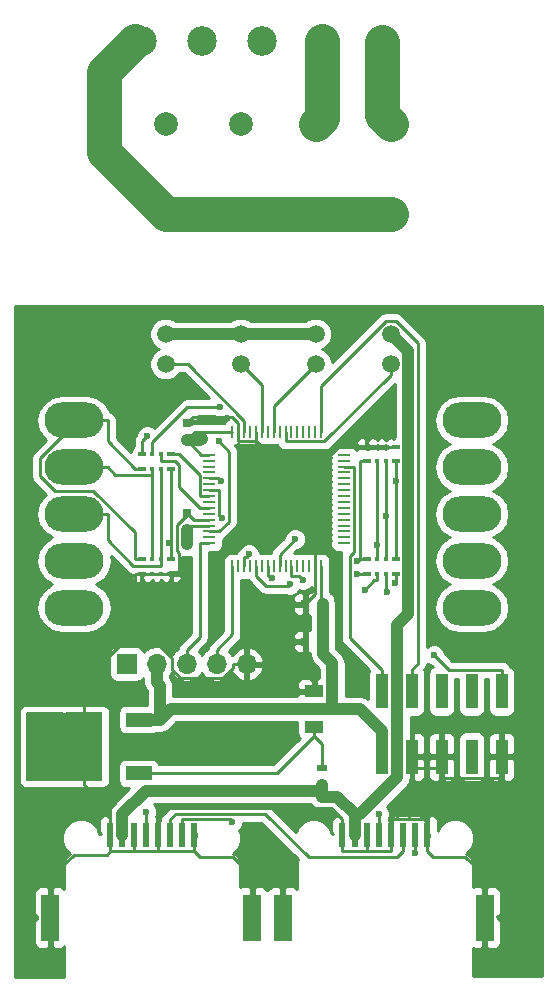
<source format=gtl>
G04 #@! TF.FileFunction,Copper,L1,Top,Signal*
%FSLAX46Y46*%
G04 Gerber Fmt 4.6, Leading zero omitted, Abs format (unit mm)*
G04 Created by KiCad (PCBNEW 4.0.4-stable) date 06/11/17 19:28:35*
%MOMM*%
%LPD*%
G01*
G04 APERTURE LIST*
%ADD10C,0.100000*%
%ADD11R,0.800000X0.750000*%
%ADD12R,0.750000X0.800000*%
%ADD13R,1.500000X4.000000*%
%ADD14C,0.900000*%
%ADD15R,0.600000X2.100000*%
%ADD16O,5.001260X2.999740*%
%ADD17C,2.500000*%
%ADD18R,1.700000X1.700000*%
%ADD19O,1.700000X1.700000*%
%ADD20R,0.900000X0.500000*%
%ADD21R,0.650000X0.400000*%
%ADD22R,0.450000X0.400000*%
%ADD23R,1.000000X0.250000*%
%ADD24R,0.250000X1.000000*%
%ADD25C,1.500000*%
%ADD26C,2.000000*%
%ADD27R,2.200000X1.200000*%
%ADD28R,6.400000X5.800000*%
%ADD29R,3.050000X2.750000*%
%ADD30R,1.600000X1.000000*%
%ADD31R,1.000000X3.000000*%
%ADD32C,0.600000*%
%ADD33C,1.000000*%
%ADD34C,0.250000*%
%ADD35C,3.000000*%
%ADD36C,0.254000*%
G04 APERTURE END LIST*
D10*
D11*
X26785000Y29210000D03*
X25285000Y29210000D03*
D12*
X15240000Y46240000D03*
X15240000Y47740000D03*
D11*
X26785000Y32385000D03*
X25285000Y32385000D03*
D12*
X15240000Y38620000D03*
X15240000Y40120000D03*
D13*
X23370000Y5835000D03*
D14*
X23370000Y5835000D03*
D15*
X35570000Y12815000D03*
X34550000Y12815000D03*
X33530000Y12815000D03*
X32510000Y12815000D03*
X31490000Y12815000D03*
X30470000Y12815000D03*
X29450000Y12815000D03*
X28430000Y12815000D03*
D14*
X40470000Y5835000D03*
D13*
X40470000Y5835000D03*
X3685000Y5835000D03*
D14*
X3685000Y5835000D03*
D15*
X15885000Y12815000D03*
X14865000Y12815000D03*
X13845000Y12815000D03*
X12825000Y12815000D03*
X11805000Y12815000D03*
X10785000Y12815000D03*
X9765000Y12815000D03*
X8745000Y12815000D03*
D14*
X20785000Y5835000D03*
D13*
X20785000Y5835000D03*
D16*
X5715000Y36045140D03*
X5715000Y40005000D03*
X5715000Y43964860D03*
X5715000Y47924720D03*
X5715000Y32085280D03*
X39370000Y43964860D03*
X39370000Y40005000D03*
X39370000Y36045140D03*
X39370000Y32085280D03*
X39370000Y47924720D03*
D17*
X11430000Y80050000D03*
X16510000Y80050000D03*
X21590000Y80050000D03*
X26670000Y80050000D03*
X31750000Y80010000D03*
D18*
X10160000Y27305000D03*
D19*
X12700000Y27305000D03*
X15240000Y27305000D03*
X17780000Y27305000D03*
X20320000Y27305000D03*
D20*
X26670000Y17030000D03*
X26670000Y18530000D03*
D21*
X11500000Y36160000D03*
X11500000Y34960000D03*
X13900000Y36160000D03*
X13900000Y34960000D03*
D22*
X12300000Y36160000D03*
X13100000Y36160000D03*
X13100000Y34960000D03*
X12300000Y34960000D03*
D21*
X32950000Y44485000D03*
X32950000Y45685000D03*
X30550000Y44485000D03*
X30550000Y45685000D03*
D22*
X32150000Y44485000D03*
X31350000Y44485000D03*
X31350000Y45685000D03*
X32150000Y45685000D03*
D21*
X13900000Y43850000D03*
X13900000Y45050000D03*
X11500000Y43850000D03*
X11500000Y45050000D03*
D22*
X13100000Y43850000D03*
X12300000Y43850000D03*
X12300000Y45050000D03*
X13100000Y45050000D03*
D21*
X32950000Y34960000D03*
X32950000Y36160000D03*
X30550000Y34960000D03*
X30550000Y36160000D03*
D22*
X32150000Y34960000D03*
X31350000Y34960000D03*
X31350000Y36160000D03*
X32150000Y36160000D03*
D23*
X17160000Y45025000D03*
X17160000Y44525000D03*
X17160000Y44025000D03*
X17160000Y43525000D03*
X17160000Y43025000D03*
X17160000Y42525000D03*
X17160000Y42025000D03*
X17160000Y41525000D03*
X17160000Y41025000D03*
X17160000Y40525000D03*
X17160000Y40025000D03*
X17160000Y39525000D03*
X17160000Y39025000D03*
X17160000Y38525000D03*
X17160000Y38025000D03*
X17160000Y37525000D03*
D24*
X19110000Y35575000D03*
X19610000Y35575000D03*
X20110000Y35575000D03*
X20610000Y35575000D03*
X21110000Y35575000D03*
X21610000Y35575000D03*
X22110000Y35575000D03*
X22610000Y35575000D03*
X23110000Y35575000D03*
X23610000Y35575000D03*
X24110000Y35575000D03*
X24610000Y35575000D03*
X25110000Y35575000D03*
X25610000Y35575000D03*
X26110000Y35575000D03*
X26610000Y35575000D03*
D23*
X28560000Y37525000D03*
X28560000Y38025000D03*
X28560000Y38525000D03*
X28560000Y39025000D03*
X28560000Y39525000D03*
X28560000Y40025000D03*
X28560000Y40525000D03*
X28560000Y41025000D03*
X28560000Y41525000D03*
X28560000Y42025000D03*
X28560000Y42525000D03*
X28560000Y43025000D03*
X28560000Y43525000D03*
X28560000Y44025000D03*
X28560000Y44525000D03*
X28560000Y45025000D03*
D24*
X26610000Y46975000D03*
X26110000Y46975000D03*
X25610000Y46975000D03*
X25110000Y46975000D03*
X24610000Y46975000D03*
X24110000Y46975000D03*
X23610000Y46975000D03*
X23110000Y46975000D03*
X22610000Y46975000D03*
X22110000Y46975000D03*
X21610000Y46975000D03*
X21110000Y46975000D03*
X20610000Y46975000D03*
X20110000Y46975000D03*
X19610000Y46975000D03*
X19110000Y46975000D03*
D25*
X13465000Y52705000D03*
X13465000Y55245000D03*
D26*
X13465000Y65405000D03*
X13465000Y73025000D03*
D25*
X19815000Y52705000D03*
X19815000Y55245000D03*
D26*
X19815000Y65405000D03*
X19815000Y73025000D03*
D25*
X26165000Y52705000D03*
X26165000Y55245000D03*
D26*
X26165000Y65405000D03*
X26165000Y73025000D03*
D25*
X32515000Y52705000D03*
X32515000Y55245000D03*
D26*
X32515000Y65405000D03*
X32515000Y73025000D03*
D27*
X11185000Y18040000D03*
X11185000Y22600000D03*
D28*
X4885000Y20320000D03*
D29*
X3210000Y21845000D03*
X6560000Y18795000D03*
X3210000Y18795000D03*
X6560000Y21845000D03*
D30*
X26035000Y21995000D03*
X26035000Y24995000D03*
D31*
X31750000Y19455000D03*
X31750000Y24995000D03*
X34290000Y19455000D03*
X34290000Y24995000D03*
X36830000Y19455000D03*
X36830000Y24995000D03*
X39370000Y19455000D03*
X39370000Y24995000D03*
X41910000Y19455000D03*
X41910000Y24995000D03*
D32*
X15240000Y37465000D03*
X16510000Y46355000D03*
X19105100Y13965300D03*
X34550000Y11264100D03*
X31490000Y14613400D03*
X11805000Y14807300D03*
X18177600Y42792200D03*
X32950000Y42812300D03*
X32150000Y39864200D03*
X31350000Y37374400D03*
X13739700Y37562900D03*
X29679100Y35996900D03*
X20510800Y36580700D03*
X29691200Y34905200D03*
X24431500Y37873200D03*
X18077600Y49062700D03*
X17948800Y46148300D03*
X11906100Y46574000D03*
X23960000Y34037900D03*
X30302800Y33605000D03*
X25091100Y34425600D03*
X32910500Y34166400D03*
X22475200Y34567100D03*
X32176800Y33404700D03*
X36191400Y28060600D03*
X18190500Y39663400D03*
D33*
X29450000Y12815000D02*
X29450000Y14565300D01*
X27935600Y16079700D02*
X29450000Y14565300D01*
X26670000Y16079700D02*
X27935600Y16079700D01*
X26670000Y17030000D02*
X26670000Y16554900D01*
X26670000Y16554900D02*
X26670000Y16079700D01*
X9765000Y12815000D02*
X9765000Y14565300D01*
X29915400Y14565300D02*
X29450000Y14565300D01*
X33066000Y17715900D02*
X29915400Y14565300D01*
X33066000Y30643300D02*
X33066000Y17715900D01*
X33975400Y31552700D02*
X33066000Y30643300D01*
X33975400Y53784600D02*
X33975400Y31552700D01*
X32515000Y55245000D02*
X33975400Y53784600D01*
X11754600Y16554900D02*
X9765000Y14565300D01*
X26670000Y16554900D02*
X11754600Y16554900D01*
X26165000Y55245000D02*
X19815000Y55245000D01*
X19815000Y55245000D02*
X13465000Y55245000D01*
D34*
X25285000Y32385000D02*
X25285000Y29210000D01*
X26035000Y24995000D02*
X26035000Y25820300D01*
X6560000Y20320000D02*
X6560000Y18795000D01*
X6560000Y18795000D02*
X6560000Y17094700D01*
X31350000Y45685000D02*
X32150000Y45685000D01*
X32150000Y45685000D02*
X32950000Y45685000D01*
X31350000Y45685000D02*
X30550000Y45685000D01*
X13100000Y34960000D02*
X13900000Y34960000D01*
X26110000Y33210000D02*
X25285000Y32385000D01*
X26110000Y35575000D02*
X26110000Y33210000D01*
X6560000Y20320000D02*
X4885000Y20320000D01*
X4735000Y20320000D02*
X3210000Y21845000D01*
X4885000Y20320000D02*
X4735000Y20320000D01*
X4735000Y20320000D02*
X3210000Y18795000D01*
X15402800Y39957200D02*
X15240000Y40120000D01*
X14550300Y36696900D02*
X14550300Y34960000D01*
X14389900Y36857300D02*
X14550300Y36696900D01*
X14389900Y39060400D02*
X14389900Y36857300D01*
X15286700Y39957200D02*
X14389900Y39060400D01*
X15402800Y39957200D02*
X15286700Y39957200D01*
X13900000Y34960000D02*
X14550300Y34960000D01*
X26110000Y35575000D02*
X26110000Y43704700D01*
X28090300Y45685000D02*
X30550000Y45685000D01*
X26110000Y43704700D02*
X28090300Y45685000D01*
X21110000Y46975000D02*
X21110000Y46149700D01*
X15760000Y48260000D02*
X15240000Y47740000D01*
X19050000Y48260000D02*
X15760000Y48260000D01*
X19610000Y47700000D02*
X19050000Y48260000D01*
X19610000Y46975000D02*
X19610000Y47700000D01*
X19610000Y46975000D02*
X19610000Y46149700D01*
X30470000Y12815000D02*
X30470000Y11439700D01*
X36830000Y19455000D02*
X36830000Y18542400D01*
X36830000Y18542400D02*
X36830000Y17629700D01*
X34290000Y18542400D02*
X34290000Y19455000D01*
X36830000Y18542400D02*
X34290000Y18542400D01*
X19610000Y46149700D02*
X21110000Y46149700D01*
X27492200Y15128100D02*
X28430000Y14190300D01*
X13762800Y15128100D02*
X27492200Y15128100D01*
X12825000Y14190300D02*
X13762800Y15128100D01*
X12825000Y12815000D02*
X12825000Y14190300D01*
X28430000Y12815000D02*
X28430000Y14190300D01*
X28430000Y12815000D02*
X28430000Y11439700D01*
X15885000Y12815000D02*
X15885000Y11439700D01*
X16383500Y10941200D02*
X15885000Y11439700D01*
X19198800Y10941200D02*
X16383500Y10941200D01*
X20785000Y9355000D02*
X19198800Y10941200D01*
X20785000Y5835000D02*
X20785000Y9355000D01*
X20320000Y27305000D02*
X21495300Y27305000D01*
X25285000Y27305000D02*
X21495300Y27305000D01*
X25285000Y26570300D02*
X25285000Y27305000D01*
X26035000Y25820300D02*
X25285000Y26570300D01*
X25285000Y27305000D02*
X25285000Y29210000D01*
X15835000Y39525000D02*
X15402800Y39957200D01*
X17160000Y39525000D02*
X15835000Y39525000D01*
X6560000Y20320000D02*
X6560000Y21845000D01*
X11500000Y34960000D02*
X10849700Y34960000D01*
X23555000Y43704700D02*
X21110000Y46149700D01*
X26110000Y43704700D02*
X23555000Y43704700D01*
X32510000Y12815000D02*
X32510000Y14190300D01*
X41910000Y19455000D02*
X41910000Y17629700D01*
X36830000Y17629700D02*
X41910000Y17629700D01*
X13100000Y34960000D02*
X12300000Y34960000D01*
X12300000Y34960000D02*
X11500000Y34960000D01*
X12825000Y12815000D02*
X12825000Y11482300D01*
X28430000Y11439700D02*
X30470000Y11439700D01*
X30470000Y11439700D02*
X32510000Y11439700D01*
X32510000Y12815000D02*
X32510000Y11439700D01*
X8745000Y14909700D02*
X8745000Y12815000D01*
X6560000Y17094700D02*
X8745000Y14909700D01*
X8745000Y11439700D02*
X10785000Y11439700D01*
X10785000Y12815000D02*
X10785000Y11439700D01*
X12825000Y11439700D02*
X15885000Y11439700D01*
X12825000Y11482300D02*
X12825000Y11439700D01*
X12825000Y11439700D02*
X10785000Y11439700D01*
X8745000Y12815000D02*
X8745000Y11482300D01*
X8745000Y11482300D02*
X8745000Y11439700D01*
X3685000Y9175900D02*
X3685000Y5835000D01*
X5665000Y11155900D02*
X3685000Y9175900D01*
X8461200Y11155900D02*
X5665000Y11155900D01*
X8745000Y11439700D02*
X8461200Y11155900D01*
X20320000Y27305000D02*
X19144700Y27305000D01*
X6560000Y25871300D02*
X11222500Y30533800D01*
X6560000Y21845000D02*
X6560000Y25871300D01*
X10849700Y30906600D02*
X11222500Y30533800D01*
X10849700Y34960000D02*
X10849700Y30906600D01*
X19144700Y26937600D02*
X19144700Y27305000D01*
X18336800Y26129700D02*
X19144700Y26937600D01*
X14693100Y26129700D02*
X18336800Y26129700D01*
X13970000Y26852800D02*
X14693100Y26129700D01*
X13970000Y27786300D02*
X13970000Y26852800D01*
X11222500Y30533800D02*
X13970000Y27786300D01*
X35570000Y12815000D02*
X35570000Y14190300D01*
X32510000Y14190300D02*
X35570000Y14190300D01*
X35570000Y16369700D02*
X36830000Y17629700D01*
X35570000Y14190300D02*
X35570000Y16369700D01*
X36068500Y10941200D02*
X35570000Y11439700D01*
X38846300Y10941200D02*
X36068500Y10941200D01*
X40470000Y9317500D02*
X38846300Y10941200D01*
X40470000Y5835000D02*
X40470000Y9317500D01*
X35570000Y12815000D02*
X35570000Y11439700D01*
D33*
X15240000Y37465000D02*
X15240000Y38620000D01*
X16395000Y46240000D02*
X16510000Y46355000D01*
X15240000Y46240000D02*
X16395000Y46240000D01*
D34*
X15975000Y46975000D02*
X15240000Y46240000D01*
X19110000Y46975000D02*
X15975000Y46975000D01*
X16455000Y45025000D02*
X15240000Y46240000D01*
X17160000Y45025000D02*
X16455000Y45025000D01*
X15645000Y39025000D02*
X15240000Y38620000D01*
X17160000Y39025000D02*
X15645000Y39025000D01*
X26610000Y32560000D02*
X26785000Y32385000D01*
X26610000Y35575000D02*
X26610000Y32560000D01*
D33*
X31750000Y19455000D02*
X31750000Y21655300D01*
X26785000Y32385000D02*
X26785000Y29210000D01*
X26785000Y29210000D02*
X26785000Y28134700D01*
X12985300Y25469400D02*
X12985300Y22600000D01*
X12700000Y25754700D02*
X12985300Y25469400D01*
X11185000Y22600000D02*
X12985300Y22600000D01*
X12700000Y27305000D02*
X12700000Y25754700D01*
X27554500Y27365200D02*
X26785000Y28134700D01*
X27554500Y23495000D02*
X27554500Y27365200D01*
X29910300Y23495000D02*
X27554500Y23495000D01*
X31750000Y21655300D02*
X29910300Y23495000D01*
X13880300Y23495000D02*
X12985300Y22600000D01*
X27554500Y23495000D02*
X13880300Y23495000D01*
D34*
X34550000Y12815000D02*
X34550000Y11439700D01*
X34550000Y11439700D02*
X34550000Y11264100D01*
X14865000Y12815000D02*
X14865000Y14190300D01*
X18880100Y14190300D02*
X19105100Y13965300D01*
X14865000Y14190300D02*
X18880100Y14190300D01*
X33035700Y10945400D02*
X33530000Y11439700D01*
X25580300Y10945400D02*
X33035700Y10945400D01*
X21882000Y14643700D02*
X25580300Y10945400D01*
X14298400Y14643700D02*
X21882000Y14643700D01*
X13845000Y14190300D02*
X14298400Y14643700D01*
X13845000Y12815000D02*
X13845000Y14190300D01*
X33530000Y12815000D02*
X33530000Y11439700D01*
X31490000Y12815000D02*
X31490000Y14190300D01*
X31490000Y14190300D02*
X31490000Y14613400D01*
X11805000Y14807300D02*
X11805000Y12815000D01*
X17985300Y42984500D02*
X18177600Y42792200D01*
X17985300Y43025000D02*
X17985300Y42984500D01*
X17160000Y43025000D02*
X17985300Y43025000D01*
X32950000Y36160000D02*
X32950000Y42812300D01*
X32950000Y42812300D02*
X32950000Y44485000D01*
X32150000Y36160000D02*
X32150000Y39864200D01*
X32150000Y39864200D02*
X32150000Y44485000D01*
X31350000Y44485000D02*
X31350000Y37374400D01*
X31350000Y37374400D02*
X31350000Y36160000D01*
X13900000Y37562900D02*
X13739700Y37562900D01*
X13900000Y43850000D02*
X13900000Y37562900D01*
X13900000Y37562900D02*
X13900000Y36160000D01*
X13100000Y43324700D02*
X13100000Y36685300D01*
X13100000Y43850000D02*
X13100000Y43324700D01*
X13100000Y36422700D02*
X13100000Y36685300D01*
X13100000Y36422700D02*
X13100000Y36160000D01*
X8541000Y37797200D02*
X8541000Y40005000D01*
X10703500Y35634700D02*
X8541000Y37797200D01*
X13100000Y35634700D02*
X10703500Y35634700D01*
X13100000Y36160000D02*
X13100000Y35634700D01*
X5715000Y40005000D02*
X8541000Y40005000D01*
X9181200Y43324700D02*
X8541000Y43964900D01*
X12300000Y43324700D02*
X9181200Y43324700D01*
X12300000Y43850000D02*
X12300000Y43324700D01*
X5715000Y43964900D02*
X8541000Y43964900D01*
X12300000Y36160000D02*
X12300000Y43324700D01*
X16334700Y29575000D02*
X15240000Y28480300D01*
X16334700Y37525000D02*
X16334700Y29575000D01*
X17160000Y37525000D02*
X16334700Y37525000D01*
X15240000Y27305000D02*
X15240000Y28480300D01*
X17780000Y27305000D02*
X17780000Y28480300D01*
X19110000Y29810300D02*
X17780000Y28480300D01*
X19110000Y35575000D02*
X19110000Y29810300D01*
X8541000Y46158700D02*
X8541000Y47924700D01*
X10849700Y43850000D02*
X8541000Y46158700D01*
X11500000Y43850000D02*
X10849700Y43850000D01*
X5715000Y47924700D02*
X6063200Y47924700D01*
X6063200Y47924700D02*
X8541000Y47924700D01*
X10849700Y38480900D02*
X10849700Y36160000D01*
X7345800Y41984800D02*
X10849700Y38480900D01*
X4060000Y41984800D02*
X7345800Y41984800D01*
X2854300Y43190500D02*
X4060000Y41984800D01*
X2854300Y44715800D02*
X2854300Y43190500D01*
X6063200Y47924700D02*
X2854300Y44715800D01*
X11500000Y36160000D02*
X10849700Y36160000D01*
X29899700Y36160000D02*
X29899700Y44485000D01*
X30550000Y44485000D02*
X29899700Y44485000D01*
X30224900Y36160000D02*
X29903600Y36160000D01*
X29903600Y36160000D02*
X29899700Y36160000D01*
X30550000Y36160000D02*
X30224900Y36160000D01*
X29740500Y35996900D02*
X29679100Y35996900D01*
X29903600Y36160000D02*
X29740500Y35996900D01*
X29844900Y34905200D02*
X29899700Y34960000D01*
X29691200Y34905200D02*
X29844900Y34905200D01*
X30550000Y34960000D02*
X29899700Y34960000D01*
X20110000Y35575000D02*
X20110000Y36400300D01*
X20330400Y36400300D02*
X20510800Y36580700D01*
X20110000Y36400300D02*
X20330400Y36400300D01*
X14224600Y44524700D02*
X13100000Y44524700D01*
X14588000Y44161300D02*
X14224600Y44524700D01*
X14588000Y42271700D02*
X14588000Y44161300D01*
X16334700Y40525000D02*
X14588000Y42271700D01*
X17160000Y40525000D02*
X16334700Y40525000D01*
X13100000Y45050000D02*
X13100000Y44524700D01*
X23110000Y36551700D02*
X24431500Y37873200D01*
X23110000Y35575000D02*
X23110000Y36551700D01*
X12300000Y45050000D02*
X12300000Y45575300D01*
X15289900Y49062700D02*
X18077600Y49062700D01*
X12300000Y46072800D02*
X15289900Y49062700D01*
X12300000Y45575300D02*
X12300000Y46072800D01*
X18820100Y45277000D02*
X17948800Y46148300D01*
X18820100Y39359800D02*
X18820100Y45277000D01*
X17985300Y38525000D02*
X18820100Y39359800D01*
X11500000Y46167900D02*
X11500000Y45050000D01*
X11906100Y46574000D02*
X11500000Y46167900D01*
X17160000Y38525000D02*
X17985300Y38525000D01*
X31132500Y34434700D02*
X31350000Y34434700D01*
X30302800Y33605000D02*
X31132500Y34434700D01*
X31350000Y34960000D02*
X31350000Y34434700D01*
X21110000Y35575000D02*
X21110000Y34749700D01*
X23848000Y33925900D02*
X23960000Y34037900D01*
X21933800Y33925900D02*
X23848000Y33925900D01*
X21110000Y34749700D02*
X21933800Y33925900D01*
X24767000Y34749700D02*
X25091100Y34425600D01*
X24110000Y34749700D02*
X24767000Y34749700D01*
X32950000Y34205900D02*
X32950000Y34960000D01*
X32910500Y34166400D02*
X32950000Y34205900D01*
X24110000Y35575000D02*
X24110000Y34749700D01*
X32150000Y33431500D02*
X32150000Y34960000D01*
X32176800Y33404700D02*
X32150000Y33431500D01*
X22110000Y35575000D02*
X22110000Y34749700D01*
X22292600Y34749700D02*
X22475200Y34567100D01*
X22110000Y34749700D02*
X22292600Y34749700D01*
X15319700Y52705000D02*
X13465000Y52705000D01*
X20110000Y47914700D02*
X15319700Y52705000D01*
X20110000Y46975000D02*
X20110000Y47914700D01*
X21610000Y50910000D02*
X21610000Y46975000D01*
X19815000Y52705000D02*
X21610000Y50910000D01*
X22610000Y49150000D02*
X22610000Y46975000D01*
X26165000Y52705000D02*
X22610000Y49150000D01*
X26909800Y46149700D02*
X23610000Y46149700D01*
X32515000Y51754900D02*
X26909800Y46149700D01*
X32515000Y52705000D02*
X32515000Y51754900D01*
X23610000Y46975000D02*
X23610000Y46149700D01*
X26670000Y20534700D02*
X26670000Y18530000D01*
X26035000Y21169700D02*
X26670000Y20534700D01*
X26035000Y21995000D02*
X26035000Y21169700D01*
X22905300Y18040000D02*
X26035000Y21169700D01*
X11185000Y18040000D02*
X22905300Y18040000D01*
X37431700Y26820300D02*
X36191400Y28060600D01*
X41910000Y26820300D02*
X37431700Y26820300D01*
X41910000Y24995000D02*
X41910000Y26820300D01*
X17160000Y42025000D02*
X17985300Y42025000D01*
X17985300Y39868600D02*
X18190500Y39663400D01*
X17985300Y42025000D02*
X17985300Y39868600D01*
X17160000Y41525000D02*
X16334700Y41525000D01*
X13900000Y45050000D02*
X14550300Y45050000D01*
X16334700Y43265600D02*
X16334700Y41525000D01*
X14550300Y45050000D02*
X16334700Y43265600D01*
X29385300Y36804100D02*
X29385300Y44025000D01*
X29032400Y36451200D02*
X29385300Y36804100D01*
X29032400Y29537900D02*
X29032400Y36451200D01*
X31750000Y26820300D02*
X29032400Y29537900D01*
X31750000Y24995000D02*
X31750000Y26820300D01*
X28560000Y44025000D02*
X29385300Y44025000D01*
X34825800Y27356100D02*
X34290000Y26820300D01*
X34825800Y54470800D02*
X34825800Y27356100D01*
X32953900Y56342700D02*
X34825800Y54470800D01*
X32088500Y56342700D02*
X32953900Y56342700D01*
X26610000Y50864200D02*
X32088500Y56342700D01*
X26610000Y46975000D02*
X26610000Y50864200D01*
X34290000Y24995000D02*
X34290000Y26820300D01*
D35*
X13465000Y65405000D02*
X19815000Y65405000D01*
X26165000Y65405000D02*
X32515000Y65405000D01*
X19815000Y65405000D02*
X26165000Y65405000D01*
X8255000Y70615000D02*
X13465000Y65405000D01*
X8255000Y77470000D02*
X8255000Y70615000D01*
X10835000Y80050000D02*
X8255000Y77470000D01*
X26670000Y73530000D02*
X26165000Y73025000D01*
X26670000Y80050000D02*
X26670000Y73530000D01*
X31750000Y73790000D02*
X32515000Y73025000D01*
X31750000Y80010000D02*
X31750000Y73790000D01*
D36*
G36*
X45289400Y849700D02*
X39445000Y849700D01*
X39445000Y3261590D01*
X39593691Y3200000D01*
X40184250Y3200000D01*
X40343000Y3358750D01*
X40343000Y4737234D01*
X40597000Y4756520D01*
X40597000Y3358750D01*
X40755750Y3200000D01*
X41346309Y3200000D01*
X41579698Y3296673D01*
X41758327Y3475301D01*
X41855000Y3708690D01*
X41855000Y5549250D01*
X41696250Y5708000D01*
X41567766Y5708000D01*
X41548480Y5962000D01*
X41696250Y5962000D01*
X41855000Y6120750D01*
X41855000Y7961310D01*
X41758327Y8194699D01*
X41579698Y8373327D01*
X41346309Y8470000D01*
X40755750Y8470000D01*
X40597000Y8311250D01*
X40597000Y6932766D01*
X40343000Y6913480D01*
X40343000Y8311250D01*
X40184250Y8470000D01*
X39593691Y8470000D01*
X39445000Y8408410D01*
X39445000Y10566400D01*
X39390954Y10838105D01*
X39237046Y11068446D01*
X39006705Y11222354D01*
X38874768Y11248598D01*
X39302914Y11675997D01*
X39544724Y12258341D01*
X39545275Y12888893D01*
X39304481Y13471657D01*
X38859003Y13917914D01*
X38276659Y14159724D01*
X37646107Y14160275D01*
X37063343Y13919481D01*
X36617086Y13474003D01*
X36505000Y13204070D01*
X36505000Y13991310D01*
X36408327Y14224699D01*
X36229698Y14403327D01*
X35996309Y14500000D01*
X35855750Y14500000D01*
X35697000Y14341250D01*
X35697000Y12942000D01*
X35717000Y12942000D01*
X35717000Y12688000D01*
X35697000Y12688000D01*
X35697000Y12668000D01*
X35497440Y12668000D01*
X35497440Y13865000D01*
X35453162Y14100317D01*
X35443000Y14116109D01*
X35443000Y14341250D01*
X35284250Y14500000D01*
X35143691Y14500000D01*
X35067426Y14468410D01*
X34850000Y14512440D01*
X34250000Y14512440D01*
X34032291Y14471475D01*
X33830000Y14512440D01*
X33230000Y14512440D01*
X33007397Y14470554D01*
X32936309Y14500000D01*
X32795750Y14500000D01*
X32637000Y14341250D01*
X32637000Y14121911D01*
X32633569Y14116890D01*
X32582560Y13865000D01*
X32582560Y12668000D01*
X32437440Y12668000D01*
X32437440Y13865000D01*
X32393162Y14100317D01*
X32383000Y14116109D01*
X32383000Y14325844D01*
X32424838Y14426601D01*
X32425162Y14798567D01*
X32283117Y15142343D01*
X32190427Y15235195D01*
X33868566Y16913334D01*
X33966766Y17060301D01*
X34114603Y17281554D01*
X34151550Y17467300D01*
X34163000Y17478750D01*
X34163000Y17524862D01*
X34201000Y17715900D01*
X34201000Y19328000D01*
X34417000Y19328000D01*
X34417000Y17478750D01*
X34575750Y17320000D01*
X34916310Y17320000D01*
X35149699Y17416673D01*
X35328327Y17595302D01*
X35425000Y17828691D01*
X35425000Y19169250D01*
X35695000Y19169250D01*
X35695000Y17828691D01*
X35791673Y17595302D01*
X35970301Y17416673D01*
X36203690Y17320000D01*
X36544250Y17320000D01*
X36703000Y17478750D01*
X36703000Y19328000D01*
X36957000Y19328000D01*
X36957000Y17478750D01*
X37115750Y17320000D01*
X37456310Y17320000D01*
X37689699Y17416673D01*
X37868327Y17595302D01*
X37965000Y17828691D01*
X37965000Y19169250D01*
X37806250Y19328000D01*
X36957000Y19328000D01*
X36703000Y19328000D01*
X35853750Y19328000D01*
X35695000Y19169250D01*
X35425000Y19169250D01*
X35266250Y19328000D01*
X34417000Y19328000D01*
X34201000Y19328000D01*
X34201000Y21431250D01*
X34417000Y21431250D01*
X34417000Y19582000D01*
X35266250Y19582000D01*
X35425000Y19740750D01*
X35425000Y21081309D01*
X35695000Y21081309D01*
X35695000Y19740750D01*
X35853750Y19582000D01*
X36703000Y19582000D01*
X36703000Y21431250D01*
X36957000Y21431250D01*
X36957000Y19582000D01*
X37806250Y19582000D01*
X37965000Y19740750D01*
X37965000Y20955000D01*
X38222560Y20955000D01*
X38222560Y17955000D01*
X38266838Y17719683D01*
X38405910Y17503559D01*
X38618110Y17358569D01*
X38870000Y17307560D01*
X39870000Y17307560D01*
X40105317Y17351838D01*
X40321441Y17490910D01*
X40466431Y17703110D01*
X40517440Y17955000D01*
X40517440Y19169250D01*
X40775000Y19169250D01*
X40775000Y17828691D01*
X40871673Y17595302D01*
X41050301Y17416673D01*
X41283690Y17320000D01*
X41624250Y17320000D01*
X41783000Y17478750D01*
X41783000Y19328000D01*
X42037000Y19328000D01*
X42037000Y17478750D01*
X42195750Y17320000D01*
X42536310Y17320000D01*
X42769699Y17416673D01*
X42948327Y17595302D01*
X43045000Y17828691D01*
X43045000Y19169250D01*
X42886250Y19328000D01*
X42037000Y19328000D01*
X41783000Y19328000D01*
X40933750Y19328000D01*
X40775000Y19169250D01*
X40517440Y19169250D01*
X40517440Y20955000D01*
X40493674Y21081309D01*
X40775000Y21081309D01*
X40775000Y19740750D01*
X40933750Y19582000D01*
X41783000Y19582000D01*
X41783000Y21431250D01*
X42037000Y21431250D01*
X42037000Y19582000D01*
X42886250Y19582000D01*
X43045000Y19740750D01*
X43045000Y21081309D01*
X42948327Y21314698D01*
X42769699Y21493327D01*
X42536310Y21590000D01*
X42195750Y21590000D01*
X42037000Y21431250D01*
X41783000Y21431250D01*
X41624250Y21590000D01*
X41283690Y21590000D01*
X41050301Y21493327D01*
X40871673Y21314698D01*
X40775000Y21081309D01*
X40493674Y21081309D01*
X40473162Y21190317D01*
X40334090Y21406441D01*
X40121890Y21551431D01*
X39870000Y21602440D01*
X38870000Y21602440D01*
X38634683Y21558162D01*
X38418559Y21419090D01*
X38273569Y21206890D01*
X38222560Y20955000D01*
X37965000Y20955000D01*
X37965000Y21081309D01*
X37868327Y21314698D01*
X37689699Y21493327D01*
X37456310Y21590000D01*
X37115750Y21590000D01*
X36957000Y21431250D01*
X36703000Y21431250D01*
X36544250Y21590000D01*
X36203690Y21590000D01*
X35970301Y21493327D01*
X35791673Y21314698D01*
X35695000Y21081309D01*
X35425000Y21081309D01*
X35328327Y21314698D01*
X35149699Y21493327D01*
X34916310Y21590000D01*
X34575750Y21590000D01*
X34417000Y21431250D01*
X34201000Y21431250D01*
X34201000Y22847560D01*
X34790000Y22847560D01*
X35025317Y22891838D01*
X35241441Y23030910D01*
X35386431Y23243110D01*
X35437440Y23495000D01*
X35437440Y26495000D01*
X35393162Y26730317D01*
X35346826Y26802324D01*
X35363201Y26818699D01*
X35527948Y27065261D01*
X35583762Y27345854D01*
X35661073Y27268408D01*
X36004601Y27125762D01*
X36051477Y27125721D01*
X36085162Y27092036D01*
X35878559Y26959090D01*
X35733569Y26746890D01*
X35682560Y26495000D01*
X35682560Y23495000D01*
X35726838Y23259683D01*
X35865910Y23043559D01*
X36078110Y22898569D01*
X36330000Y22847560D01*
X37330000Y22847560D01*
X37565317Y22891838D01*
X37781441Y23030910D01*
X37926431Y23243110D01*
X37977440Y23495000D01*
X37977440Y26060300D01*
X38222560Y26060300D01*
X38222560Y23495000D01*
X38266838Y23259683D01*
X38405910Y23043559D01*
X38618110Y22898569D01*
X38870000Y22847560D01*
X39870000Y22847560D01*
X40105317Y22891838D01*
X40321441Y23030910D01*
X40466431Y23243110D01*
X40517440Y23495000D01*
X40517440Y26060300D01*
X40762560Y26060300D01*
X40762560Y23495000D01*
X40806838Y23259683D01*
X40945910Y23043559D01*
X41158110Y22898569D01*
X41410000Y22847560D01*
X42410000Y22847560D01*
X42645317Y22891838D01*
X42861441Y23030910D01*
X43006431Y23243110D01*
X43057440Y23495000D01*
X43057440Y26495000D01*
X43013162Y26730317D01*
X42874090Y26946441D01*
X42661890Y27091431D01*
X42614145Y27101100D01*
X42612148Y27111139D01*
X42447401Y27357701D01*
X42200839Y27522448D01*
X41910000Y27580300D01*
X37746502Y27580300D01*
X37126522Y28200280D01*
X37126562Y28245767D01*
X36984517Y28589543D01*
X36721727Y28852792D01*
X36378199Y28995438D01*
X36006233Y28995762D01*
X35662457Y28853717D01*
X35585800Y28777194D01*
X35585800Y47924720D01*
X36172939Y47924720D01*
X36335446Y47107741D01*
X36798228Y46415139D01*
X37490830Y45952357D01*
X37528872Y45944790D01*
X37490830Y45937223D01*
X36798228Y45474441D01*
X36335446Y44781839D01*
X36172939Y43964860D01*
X36335446Y43147881D01*
X36798228Y42455279D01*
X37490830Y41992497D01*
X37528872Y41984930D01*
X37490830Y41977363D01*
X36798228Y41514581D01*
X36335446Y40821979D01*
X36172939Y40005000D01*
X36335446Y39188021D01*
X36798228Y38495419D01*
X37490830Y38032637D01*
X37528872Y38025070D01*
X37490830Y38017503D01*
X36798228Y37554721D01*
X36335446Y36862119D01*
X36172939Y36045140D01*
X36335446Y35228161D01*
X36798228Y34535559D01*
X37490830Y34072777D01*
X37528872Y34065210D01*
X37490830Y34057643D01*
X36798228Y33594861D01*
X36335446Y32902259D01*
X36172939Y32085280D01*
X36335446Y31268301D01*
X36798228Y30575699D01*
X37490830Y30112917D01*
X38307809Y29950410D01*
X40432191Y29950410D01*
X41249170Y30112917D01*
X41941772Y30575699D01*
X42404554Y31268301D01*
X42567061Y32085280D01*
X42404554Y32902259D01*
X41941772Y33594861D01*
X41249170Y34057643D01*
X41211128Y34065210D01*
X41249170Y34072777D01*
X41941772Y34535559D01*
X42404554Y35228161D01*
X42567061Y36045140D01*
X42404554Y36862119D01*
X41941772Y37554721D01*
X41249170Y38017503D01*
X41211128Y38025070D01*
X41249170Y38032637D01*
X41941772Y38495419D01*
X42404554Y39188021D01*
X42567061Y40005000D01*
X42404554Y40821979D01*
X41941772Y41514581D01*
X41249170Y41977363D01*
X41211128Y41984930D01*
X41249170Y41992497D01*
X41941772Y42455279D01*
X42404554Y43147881D01*
X42567061Y43964860D01*
X42404554Y44781839D01*
X41941772Y45474441D01*
X41249170Y45937223D01*
X41211128Y45944790D01*
X41249170Y45952357D01*
X41941772Y46415139D01*
X42404554Y47107741D01*
X42567061Y47924720D01*
X42404554Y48741699D01*
X41941772Y49434301D01*
X41249170Y49897083D01*
X40432191Y50059590D01*
X38307809Y50059590D01*
X37490830Y49897083D01*
X36798228Y49434301D01*
X36335446Y48741699D01*
X36172939Y47924720D01*
X35585800Y47924720D01*
X35585800Y54470800D01*
X35527948Y54761639D01*
X35527948Y54761640D01*
X35363201Y55008201D01*
X33491301Y56880101D01*
X33244739Y57044848D01*
X32953900Y57102700D01*
X32088500Y57102700D01*
X31797661Y57044848D01*
X31551099Y56880101D01*
X27550153Y52879155D01*
X27550240Y52979285D01*
X27339831Y53488515D01*
X26950564Y53878461D01*
X26718130Y53974976D01*
X26948515Y54070169D01*
X27338461Y54459436D01*
X27549759Y54968298D01*
X27550240Y55519285D01*
X27339831Y56028515D01*
X26950564Y56418461D01*
X26441702Y56629759D01*
X25890715Y56630240D01*
X25381485Y56419831D01*
X25341585Y56380000D01*
X20638958Y56380000D01*
X20600564Y56418461D01*
X20091702Y56629759D01*
X19540715Y56630240D01*
X19031485Y56419831D01*
X18991585Y56380000D01*
X14288958Y56380000D01*
X14250564Y56418461D01*
X13741702Y56629759D01*
X13190715Y56630240D01*
X12681485Y56419831D01*
X12291539Y56030564D01*
X12080241Y55521702D01*
X12079760Y54970715D01*
X12290169Y54461485D01*
X12679436Y54071539D01*
X12911870Y53975024D01*
X12681485Y53879831D01*
X12291539Y53490564D01*
X12080241Y52981702D01*
X12079760Y52430715D01*
X12290169Y51921485D01*
X12679436Y51531539D01*
X13188298Y51320241D01*
X13739285Y51319760D01*
X14248515Y51530169D01*
X14638461Y51919436D01*
X14649076Y51945000D01*
X15004898Y51945000D01*
X17127198Y49822700D01*
X15289900Y49822700D01*
X14999061Y49764848D01*
X14752499Y49600101D01*
X12477473Y47325075D01*
X12436427Y47366192D01*
X12092899Y47508838D01*
X11720933Y47509162D01*
X11377157Y47367117D01*
X11113908Y47104327D01*
X10971262Y46760799D01*
X10971221Y46713923D01*
X10962599Y46705301D01*
X10797852Y46458739D01*
X10740000Y46167900D01*
X10740000Y45724669D01*
X10723559Y45714090D01*
X10578569Y45501890D01*
X10527560Y45250000D01*
X10527560Y45246942D01*
X9301000Y46473502D01*
X9301000Y47924700D01*
X9243148Y48215539D01*
X9078401Y48462101D01*
X8831839Y48626848D01*
X8769951Y48639158D01*
X8749554Y48741699D01*
X8286772Y49434301D01*
X7594170Y49897083D01*
X6777191Y50059590D01*
X4652809Y50059590D01*
X3835830Y49897083D01*
X3143228Y49434301D01*
X2680446Y48741699D01*
X2517939Y47924720D01*
X2680446Y47107741D01*
X3143228Y46415139D01*
X3344411Y46280713D01*
X2316899Y45253201D01*
X2152152Y45006639D01*
X2094300Y44715800D01*
X2094300Y43190500D01*
X2152152Y42899661D01*
X2316899Y42653099D01*
X3330372Y41639626D01*
X3143228Y41514581D01*
X2680446Y40821979D01*
X2517939Y40005000D01*
X2680446Y39188021D01*
X3143228Y38495419D01*
X3835830Y38032637D01*
X3873872Y38025070D01*
X3835830Y38017503D01*
X3143228Y37554721D01*
X2680446Y36862119D01*
X2517939Y36045140D01*
X2680446Y35228161D01*
X3143228Y34535559D01*
X3835830Y34072777D01*
X3873872Y34065210D01*
X3835830Y34057643D01*
X3143228Y33594861D01*
X2680446Y32902259D01*
X2517939Y32085280D01*
X2680446Y31268301D01*
X3143228Y30575699D01*
X3835830Y30112917D01*
X4652809Y29950410D01*
X6777191Y29950410D01*
X7594170Y30112917D01*
X8286772Y30575699D01*
X8749554Y31268301D01*
X8912061Y32085280D01*
X8749554Y32902259D01*
X8286772Y33594861D01*
X7594170Y34057643D01*
X7556128Y34065210D01*
X7594170Y34072777D01*
X8286772Y34535559D01*
X8749554Y35228161D01*
X8912061Y36045140D01*
X8836032Y36427366D01*
X10166099Y35097299D01*
X10412661Y34932552D01*
X10540000Y34907222D01*
X10540000Y34832998D01*
X10671748Y34832998D01*
X10540000Y34701250D01*
X10540000Y34633690D01*
X10636673Y34400301D01*
X10815302Y34221673D01*
X11048691Y34125000D01*
X11214250Y34125000D01*
X11373000Y34283750D01*
X11373000Y34860000D01*
X11353000Y34860000D01*
X11353000Y34874700D01*
X11440000Y34874700D01*
X11440000Y34832998D01*
X11571748Y34832998D01*
X11440000Y34701250D01*
X11440000Y34633690D01*
X11536673Y34400301D01*
X11627000Y34309975D01*
X11627000Y34283750D01*
X11785750Y34125000D01*
X12028750Y34125000D01*
X12083509Y34179759D01*
X12184698Y34221673D01*
X12350000Y34386974D01*
X12412500Y34324474D01*
X12412500Y34283750D01*
X12571250Y34125000D01*
X12651309Y34125000D01*
X12700000Y34145168D01*
X12748691Y34125000D01*
X12828750Y34125000D01*
X12987500Y34283750D01*
X12987500Y34324474D01*
X13050000Y34386974D01*
X13215302Y34221673D01*
X13316491Y34179759D01*
X13371250Y34125000D01*
X13614250Y34125000D01*
X13773000Y34283750D01*
X13773000Y34309975D01*
X13863327Y34400301D01*
X13960000Y34633690D01*
X13960000Y34701250D01*
X13801250Y34860000D01*
X14027000Y34860000D01*
X14027000Y34283750D01*
X14185750Y34125000D01*
X14351309Y34125000D01*
X14584698Y34221673D01*
X14763327Y34400301D01*
X14860000Y34633690D01*
X14860000Y34701250D01*
X14701250Y34860000D01*
X14027000Y34860000D01*
X13801250Y34860000D01*
X13753000Y34860000D01*
X13753000Y35060000D01*
X13801250Y35060000D01*
X13848250Y35107000D01*
X14027000Y35107000D01*
X14027000Y35060000D01*
X14701250Y35060000D01*
X14860000Y35218750D01*
X14860000Y35286310D01*
X14763327Y35519699D01*
X14721366Y35561660D01*
X14821431Y35708110D01*
X14872440Y35960000D01*
X14872440Y36360000D01*
X14864012Y36404789D01*
X15240000Y36330000D01*
X15574700Y36396576D01*
X15574700Y29889802D01*
X14702599Y29017701D01*
X14537852Y28771139D01*
X14502402Y28592923D01*
X14189946Y28384147D01*
X13970000Y28054974D01*
X13750054Y28384147D01*
X13268285Y28706054D01*
X12700000Y28819093D01*
X12131715Y28706054D01*
X11649946Y28384147D01*
X11622150Y28342548D01*
X11613162Y28390317D01*
X11474090Y28606441D01*
X11261890Y28751431D01*
X11010000Y28802440D01*
X9310000Y28802440D01*
X9074683Y28758162D01*
X8858559Y28619090D01*
X8713569Y28406890D01*
X8662560Y28155000D01*
X8662560Y26455000D01*
X8706838Y26219683D01*
X8845910Y26003559D01*
X9058110Y25858569D01*
X9310000Y25807560D01*
X11010000Y25807560D01*
X11245317Y25851838D01*
X11461441Y25990910D01*
X11565000Y26142474D01*
X11565000Y25754700D01*
X11651397Y25320354D01*
X11677860Y25280750D01*
X11850300Y25022675D01*
X11850300Y23847440D01*
X10085000Y23847440D01*
X9849683Y23803162D01*
X9633559Y23664090D01*
X9488569Y23451890D01*
X9437560Y23200000D01*
X9437560Y22000000D01*
X9481838Y21764683D01*
X9620910Y21548559D01*
X9833110Y21403569D01*
X10085000Y21352560D01*
X12285000Y21352560D01*
X12520317Y21396838D01*
X12626244Y21465000D01*
X12985300Y21465000D01*
X13419646Y21551397D01*
X13787866Y21797434D01*
X14350432Y22360000D01*
X24587560Y22360000D01*
X24587560Y21495000D01*
X24631838Y21259683D01*
X24770910Y21043559D01*
X24808424Y21017926D01*
X22590498Y18800000D01*
X12902334Y18800000D01*
X12888162Y18875317D01*
X12749090Y19091441D01*
X12536890Y19236431D01*
X12285000Y19287440D01*
X10085000Y19287440D01*
X9849683Y19243162D01*
X9633559Y19104090D01*
X9488569Y18891890D01*
X9437560Y18640000D01*
X9437560Y17440000D01*
X9481838Y17204683D01*
X9620910Y16988559D01*
X9833110Y16843569D01*
X10085000Y16792560D01*
X10387128Y16792560D01*
X8962434Y15367866D01*
X8716397Y14999646D01*
X8630000Y14565300D01*
X8630000Y14500000D01*
X8617998Y14500000D01*
X8617998Y14341252D01*
X8459250Y14500000D01*
X8318691Y14500000D01*
X8085302Y14403327D01*
X7906673Y14224699D01*
X7810000Y13991310D01*
X7810000Y13100750D01*
X7968748Y12942002D01*
X7848331Y12942002D01*
X7629481Y13471657D01*
X7184003Y13917914D01*
X6601659Y14159724D01*
X5971107Y14160275D01*
X5388343Y13919481D01*
X4942086Y13474003D01*
X4700276Y12891659D01*
X4699725Y12261107D01*
X4940519Y11678343D01*
X5384659Y11233426D01*
X5328995Y11222354D01*
X5098654Y11068446D01*
X4944746Y10838105D01*
X4890700Y10566400D01*
X4890700Y8277326D01*
X4794698Y8373327D01*
X4561309Y8470000D01*
X3970750Y8470000D01*
X3812000Y8311250D01*
X3812000Y6932766D01*
X3558000Y6913480D01*
X3558000Y8311250D01*
X3399250Y8470000D01*
X2808691Y8470000D01*
X2575302Y8373327D01*
X2396673Y8194699D01*
X2300000Y7961310D01*
X2300000Y6120750D01*
X2458750Y5962000D01*
X2587234Y5962000D01*
X2606520Y5708000D01*
X2458750Y5708000D01*
X2300000Y5549250D01*
X2300000Y3708690D01*
X2396673Y3475301D01*
X2575302Y3296673D01*
X2808691Y3200000D01*
X3399250Y3200000D01*
X3558000Y3358750D01*
X3558000Y4737234D01*
X3812000Y4756520D01*
X3812000Y3358750D01*
X3970750Y3200000D01*
X4561309Y3200000D01*
X4794698Y3296673D01*
X4890700Y3392674D01*
X4890700Y837000D01*
X684600Y837000D01*
X684600Y23346310D01*
X1050000Y23346310D01*
X1050000Y20343690D01*
X1059813Y20320000D01*
X1050000Y20296310D01*
X1050000Y17293690D01*
X1146673Y17060301D01*
X1325302Y16881673D01*
X1558691Y16785000D01*
X4861309Y16785000D01*
X4885000Y16794813D01*
X4908691Y16785000D01*
X8211309Y16785000D01*
X8444698Y16881673D01*
X8623327Y17060301D01*
X8720000Y17293690D01*
X8720000Y20296310D01*
X8710187Y20320000D01*
X8720000Y20343690D01*
X8720000Y23346310D01*
X8623327Y23579699D01*
X8444698Y23758327D01*
X8211309Y23855000D01*
X4908691Y23855000D01*
X4885000Y23845187D01*
X4861309Y23855000D01*
X1558691Y23855000D01*
X1325302Y23758327D01*
X1146673Y23579699D01*
X1050000Y23346310D01*
X684600Y23346310D01*
X684600Y57658000D01*
X45289400Y57658000D01*
X45289400Y849700D01*
X45289400Y849700D01*
G37*
X45289400Y849700D02*
X39445000Y849700D01*
X39445000Y3261590D01*
X39593691Y3200000D01*
X40184250Y3200000D01*
X40343000Y3358750D01*
X40343000Y4737234D01*
X40597000Y4756520D01*
X40597000Y3358750D01*
X40755750Y3200000D01*
X41346309Y3200000D01*
X41579698Y3296673D01*
X41758327Y3475301D01*
X41855000Y3708690D01*
X41855000Y5549250D01*
X41696250Y5708000D01*
X41567766Y5708000D01*
X41548480Y5962000D01*
X41696250Y5962000D01*
X41855000Y6120750D01*
X41855000Y7961310D01*
X41758327Y8194699D01*
X41579698Y8373327D01*
X41346309Y8470000D01*
X40755750Y8470000D01*
X40597000Y8311250D01*
X40597000Y6932766D01*
X40343000Y6913480D01*
X40343000Y8311250D01*
X40184250Y8470000D01*
X39593691Y8470000D01*
X39445000Y8408410D01*
X39445000Y10566400D01*
X39390954Y10838105D01*
X39237046Y11068446D01*
X39006705Y11222354D01*
X38874768Y11248598D01*
X39302914Y11675997D01*
X39544724Y12258341D01*
X39545275Y12888893D01*
X39304481Y13471657D01*
X38859003Y13917914D01*
X38276659Y14159724D01*
X37646107Y14160275D01*
X37063343Y13919481D01*
X36617086Y13474003D01*
X36505000Y13204070D01*
X36505000Y13991310D01*
X36408327Y14224699D01*
X36229698Y14403327D01*
X35996309Y14500000D01*
X35855750Y14500000D01*
X35697000Y14341250D01*
X35697000Y12942000D01*
X35717000Y12942000D01*
X35717000Y12688000D01*
X35697000Y12688000D01*
X35697000Y12668000D01*
X35497440Y12668000D01*
X35497440Y13865000D01*
X35453162Y14100317D01*
X35443000Y14116109D01*
X35443000Y14341250D01*
X35284250Y14500000D01*
X35143691Y14500000D01*
X35067426Y14468410D01*
X34850000Y14512440D01*
X34250000Y14512440D01*
X34032291Y14471475D01*
X33830000Y14512440D01*
X33230000Y14512440D01*
X33007397Y14470554D01*
X32936309Y14500000D01*
X32795750Y14500000D01*
X32637000Y14341250D01*
X32637000Y14121911D01*
X32633569Y14116890D01*
X32582560Y13865000D01*
X32582560Y12668000D01*
X32437440Y12668000D01*
X32437440Y13865000D01*
X32393162Y14100317D01*
X32383000Y14116109D01*
X32383000Y14325844D01*
X32424838Y14426601D01*
X32425162Y14798567D01*
X32283117Y15142343D01*
X32190427Y15235195D01*
X33868566Y16913334D01*
X33966766Y17060301D01*
X34114603Y17281554D01*
X34151550Y17467300D01*
X34163000Y17478750D01*
X34163000Y17524862D01*
X34201000Y17715900D01*
X34201000Y19328000D01*
X34417000Y19328000D01*
X34417000Y17478750D01*
X34575750Y17320000D01*
X34916310Y17320000D01*
X35149699Y17416673D01*
X35328327Y17595302D01*
X35425000Y17828691D01*
X35425000Y19169250D01*
X35695000Y19169250D01*
X35695000Y17828691D01*
X35791673Y17595302D01*
X35970301Y17416673D01*
X36203690Y17320000D01*
X36544250Y17320000D01*
X36703000Y17478750D01*
X36703000Y19328000D01*
X36957000Y19328000D01*
X36957000Y17478750D01*
X37115750Y17320000D01*
X37456310Y17320000D01*
X37689699Y17416673D01*
X37868327Y17595302D01*
X37965000Y17828691D01*
X37965000Y19169250D01*
X37806250Y19328000D01*
X36957000Y19328000D01*
X36703000Y19328000D01*
X35853750Y19328000D01*
X35695000Y19169250D01*
X35425000Y19169250D01*
X35266250Y19328000D01*
X34417000Y19328000D01*
X34201000Y19328000D01*
X34201000Y21431250D01*
X34417000Y21431250D01*
X34417000Y19582000D01*
X35266250Y19582000D01*
X35425000Y19740750D01*
X35425000Y21081309D01*
X35695000Y21081309D01*
X35695000Y19740750D01*
X35853750Y19582000D01*
X36703000Y19582000D01*
X36703000Y21431250D01*
X36957000Y21431250D01*
X36957000Y19582000D01*
X37806250Y19582000D01*
X37965000Y19740750D01*
X37965000Y20955000D01*
X38222560Y20955000D01*
X38222560Y17955000D01*
X38266838Y17719683D01*
X38405910Y17503559D01*
X38618110Y17358569D01*
X38870000Y17307560D01*
X39870000Y17307560D01*
X40105317Y17351838D01*
X40321441Y17490910D01*
X40466431Y17703110D01*
X40517440Y17955000D01*
X40517440Y19169250D01*
X40775000Y19169250D01*
X40775000Y17828691D01*
X40871673Y17595302D01*
X41050301Y17416673D01*
X41283690Y17320000D01*
X41624250Y17320000D01*
X41783000Y17478750D01*
X41783000Y19328000D01*
X42037000Y19328000D01*
X42037000Y17478750D01*
X42195750Y17320000D01*
X42536310Y17320000D01*
X42769699Y17416673D01*
X42948327Y17595302D01*
X43045000Y17828691D01*
X43045000Y19169250D01*
X42886250Y19328000D01*
X42037000Y19328000D01*
X41783000Y19328000D01*
X40933750Y19328000D01*
X40775000Y19169250D01*
X40517440Y19169250D01*
X40517440Y20955000D01*
X40493674Y21081309D01*
X40775000Y21081309D01*
X40775000Y19740750D01*
X40933750Y19582000D01*
X41783000Y19582000D01*
X41783000Y21431250D01*
X42037000Y21431250D01*
X42037000Y19582000D01*
X42886250Y19582000D01*
X43045000Y19740750D01*
X43045000Y21081309D01*
X42948327Y21314698D01*
X42769699Y21493327D01*
X42536310Y21590000D01*
X42195750Y21590000D01*
X42037000Y21431250D01*
X41783000Y21431250D01*
X41624250Y21590000D01*
X41283690Y21590000D01*
X41050301Y21493327D01*
X40871673Y21314698D01*
X40775000Y21081309D01*
X40493674Y21081309D01*
X40473162Y21190317D01*
X40334090Y21406441D01*
X40121890Y21551431D01*
X39870000Y21602440D01*
X38870000Y21602440D01*
X38634683Y21558162D01*
X38418559Y21419090D01*
X38273569Y21206890D01*
X38222560Y20955000D01*
X37965000Y20955000D01*
X37965000Y21081309D01*
X37868327Y21314698D01*
X37689699Y21493327D01*
X37456310Y21590000D01*
X37115750Y21590000D01*
X36957000Y21431250D01*
X36703000Y21431250D01*
X36544250Y21590000D01*
X36203690Y21590000D01*
X35970301Y21493327D01*
X35791673Y21314698D01*
X35695000Y21081309D01*
X35425000Y21081309D01*
X35328327Y21314698D01*
X35149699Y21493327D01*
X34916310Y21590000D01*
X34575750Y21590000D01*
X34417000Y21431250D01*
X34201000Y21431250D01*
X34201000Y22847560D01*
X34790000Y22847560D01*
X35025317Y22891838D01*
X35241441Y23030910D01*
X35386431Y23243110D01*
X35437440Y23495000D01*
X35437440Y26495000D01*
X35393162Y26730317D01*
X35346826Y26802324D01*
X35363201Y26818699D01*
X35527948Y27065261D01*
X35583762Y27345854D01*
X35661073Y27268408D01*
X36004601Y27125762D01*
X36051477Y27125721D01*
X36085162Y27092036D01*
X35878559Y26959090D01*
X35733569Y26746890D01*
X35682560Y26495000D01*
X35682560Y23495000D01*
X35726838Y23259683D01*
X35865910Y23043559D01*
X36078110Y22898569D01*
X36330000Y22847560D01*
X37330000Y22847560D01*
X37565317Y22891838D01*
X37781441Y23030910D01*
X37926431Y23243110D01*
X37977440Y23495000D01*
X37977440Y26060300D01*
X38222560Y26060300D01*
X38222560Y23495000D01*
X38266838Y23259683D01*
X38405910Y23043559D01*
X38618110Y22898569D01*
X38870000Y22847560D01*
X39870000Y22847560D01*
X40105317Y22891838D01*
X40321441Y23030910D01*
X40466431Y23243110D01*
X40517440Y23495000D01*
X40517440Y26060300D01*
X40762560Y26060300D01*
X40762560Y23495000D01*
X40806838Y23259683D01*
X40945910Y23043559D01*
X41158110Y22898569D01*
X41410000Y22847560D01*
X42410000Y22847560D01*
X42645317Y22891838D01*
X42861441Y23030910D01*
X43006431Y23243110D01*
X43057440Y23495000D01*
X43057440Y26495000D01*
X43013162Y26730317D01*
X42874090Y26946441D01*
X42661890Y27091431D01*
X42614145Y27101100D01*
X42612148Y27111139D01*
X42447401Y27357701D01*
X42200839Y27522448D01*
X41910000Y27580300D01*
X37746502Y27580300D01*
X37126522Y28200280D01*
X37126562Y28245767D01*
X36984517Y28589543D01*
X36721727Y28852792D01*
X36378199Y28995438D01*
X36006233Y28995762D01*
X35662457Y28853717D01*
X35585800Y28777194D01*
X35585800Y47924720D01*
X36172939Y47924720D01*
X36335446Y47107741D01*
X36798228Y46415139D01*
X37490830Y45952357D01*
X37528872Y45944790D01*
X37490830Y45937223D01*
X36798228Y45474441D01*
X36335446Y44781839D01*
X36172939Y43964860D01*
X36335446Y43147881D01*
X36798228Y42455279D01*
X37490830Y41992497D01*
X37528872Y41984930D01*
X37490830Y41977363D01*
X36798228Y41514581D01*
X36335446Y40821979D01*
X36172939Y40005000D01*
X36335446Y39188021D01*
X36798228Y38495419D01*
X37490830Y38032637D01*
X37528872Y38025070D01*
X37490830Y38017503D01*
X36798228Y37554721D01*
X36335446Y36862119D01*
X36172939Y36045140D01*
X36335446Y35228161D01*
X36798228Y34535559D01*
X37490830Y34072777D01*
X37528872Y34065210D01*
X37490830Y34057643D01*
X36798228Y33594861D01*
X36335446Y32902259D01*
X36172939Y32085280D01*
X36335446Y31268301D01*
X36798228Y30575699D01*
X37490830Y30112917D01*
X38307809Y29950410D01*
X40432191Y29950410D01*
X41249170Y30112917D01*
X41941772Y30575699D01*
X42404554Y31268301D01*
X42567061Y32085280D01*
X42404554Y32902259D01*
X41941772Y33594861D01*
X41249170Y34057643D01*
X41211128Y34065210D01*
X41249170Y34072777D01*
X41941772Y34535559D01*
X42404554Y35228161D01*
X42567061Y36045140D01*
X42404554Y36862119D01*
X41941772Y37554721D01*
X41249170Y38017503D01*
X41211128Y38025070D01*
X41249170Y38032637D01*
X41941772Y38495419D01*
X42404554Y39188021D01*
X42567061Y40005000D01*
X42404554Y40821979D01*
X41941772Y41514581D01*
X41249170Y41977363D01*
X41211128Y41984930D01*
X41249170Y41992497D01*
X41941772Y42455279D01*
X42404554Y43147881D01*
X42567061Y43964860D01*
X42404554Y44781839D01*
X41941772Y45474441D01*
X41249170Y45937223D01*
X41211128Y45944790D01*
X41249170Y45952357D01*
X41941772Y46415139D01*
X42404554Y47107741D01*
X42567061Y47924720D01*
X42404554Y48741699D01*
X41941772Y49434301D01*
X41249170Y49897083D01*
X40432191Y50059590D01*
X38307809Y50059590D01*
X37490830Y49897083D01*
X36798228Y49434301D01*
X36335446Y48741699D01*
X36172939Y47924720D01*
X35585800Y47924720D01*
X35585800Y54470800D01*
X35527948Y54761639D01*
X35527948Y54761640D01*
X35363201Y55008201D01*
X33491301Y56880101D01*
X33244739Y57044848D01*
X32953900Y57102700D01*
X32088500Y57102700D01*
X31797661Y57044848D01*
X31551099Y56880101D01*
X27550153Y52879155D01*
X27550240Y52979285D01*
X27339831Y53488515D01*
X26950564Y53878461D01*
X26718130Y53974976D01*
X26948515Y54070169D01*
X27338461Y54459436D01*
X27549759Y54968298D01*
X27550240Y55519285D01*
X27339831Y56028515D01*
X26950564Y56418461D01*
X26441702Y56629759D01*
X25890715Y56630240D01*
X25381485Y56419831D01*
X25341585Y56380000D01*
X20638958Y56380000D01*
X20600564Y56418461D01*
X20091702Y56629759D01*
X19540715Y56630240D01*
X19031485Y56419831D01*
X18991585Y56380000D01*
X14288958Y56380000D01*
X14250564Y56418461D01*
X13741702Y56629759D01*
X13190715Y56630240D01*
X12681485Y56419831D01*
X12291539Y56030564D01*
X12080241Y55521702D01*
X12079760Y54970715D01*
X12290169Y54461485D01*
X12679436Y54071539D01*
X12911870Y53975024D01*
X12681485Y53879831D01*
X12291539Y53490564D01*
X12080241Y52981702D01*
X12079760Y52430715D01*
X12290169Y51921485D01*
X12679436Y51531539D01*
X13188298Y51320241D01*
X13739285Y51319760D01*
X14248515Y51530169D01*
X14638461Y51919436D01*
X14649076Y51945000D01*
X15004898Y51945000D01*
X17127198Y49822700D01*
X15289900Y49822700D01*
X14999061Y49764848D01*
X14752499Y49600101D01*
X12477473Y47325075D01*
X12436427Y47366192D01*
X12092899Y47508838D01*
X11720933Y47509162D01*
X11377157Y47367117D01*
X11113908Y47104327D01*
X10971262Y46760799D01*
X10971221Y46713923D01*
X10962599Y46705301D01*
X10797852Y46458739D01*
X10740000Y46167900D01*
X10740000Y45724669D01*
X10723559Y45714090D01*
X10578569Y45501890D01*
X10527560Y45250000D01*
X10527560Y45246942D01*
X9301000Y46473502D01*
X9301000Y47924700D01*
X9243148Y48215539D01*
X9078401Y48462101D01*
X8831839Y48626848D01*
X8769951Y48639158D01*
X8749554Y48741699D01*
X8286772Y49434301D01*
X7594170Y49897083D01*
X6777191Y50059590D01*
X4652809Y50059590D01*
X3835830Y49897083D01*
X3143228Y49434301D01*
X2680446Y48741699D01*
X2517939Y47924720D01*
X2680446Y47107741D01*
X3143228Y46415139D01*
X3344411Y46280713D01*
X2316899Y45253201D01*
X2152152Y45006639D01*
X2094300Y44715800D01*
X2094300Y43190500D01*
X2152152Y42899661D01*
X2316899Y42653099D01*
X3330372Y41639626D01*
X3143228Y41514581D01*
X2680446Y40821979D01*
X2517939Y40005000D01*
X2680446Y39188021D01*
X3143228Y38495419D01*
X3835830Y38032637D01*
X3873872Y38025070D01*
X3835830Y38017503D01*
X3143228Y37554721D01*
X2680446Y36862119D01*
X2517939Y36045140D01*
X2680446Y35228161D01*
X3143228Y34535559D01*
X3835830Y34072777D01*
X3873872Y34065210D01*
X3835830Y34057643D01*
X3143228Y33594861D01*
X2680446Y32902259D01*
X2517939Y32085280D01*
X2680446Y31268301D01*
X3143228Y30575699D01*
X3835830Y30112917D01*
X4652809Y29950410D01*
X6777191Y29950410D01*
X7594170Y30112917D01*
X8286772Y30575699D01*
X8749554Y31268301D01*
X8912061Y32085280D01*
X8749554Y32902259D01*
X8286772Y33594861D01*
X7594170Y34057643D01*
X7556128Y34065210D01*
X7594170Y34072777D01*
X8286772Y34535559D01*
X8749554Y35228161D01*
X8912061Y36045140D01*
X8836032Y36427366D01*
X10166099Y35097299D01*
X10412661Y34932552D01*
X10540000Y34907222D01*
X10540000Y34832998D01*
X10671748Y34832998D01*
X10540000Y34701250D01*
X10540000Y34633690D01*
X10636673Y34400301D01*
X10815302Y34221673D01*
X11048691Y34125000D01*
X11214250Y34125000D01*
X11373000Y34283750D01*
X11373000Y34860000D01*
X11353000Y34860000D01*
X11353000Y34874700D01*
X11440000Y34874700D01*
X11440000Y34832998D01*
X11571748Y34832998D01*
X11440000Y34701250D01*
X11440000Y34633690D01*
X11536673Y34400301D01*
X11627000Y34309975D01*
X11627000Y34283750D01*
X11785750Y34125000D01*
X12028750Y34125000D01*
X12083509Y34179759D01*
X12184698Y34221673D01*
X12350000Y34386974D01*
X12412500Y34324474D01*
X12412500Y34283750D01*
X12571250Y34125000D01*
X12651309Y34125000D01*
X12700000Y34145168D01*
X12748691Y34125000D01*
X12828750Y34125000D01*
X12987500Y34283750D01*
X12987500Y34324474D01*
X13050000Y34386974D01*
X13215302Y34221673D01*
X13316491Y34179759D01*
X13371250Y34125000D01*
X13614250Y34125000D01*
X13773000Y34283750D01*
X13773000Y34309975D01*
X13863327Y34400301D01*
X13960000Y34633690D01*
X13960000Y34701250D01*
X13801250Y34860000D01*
X14027000Y34860000D01*
X14027000Y34283750D01*
X14185750Y34125000D01*
X14351309Y34125000D01*
X14584698Y34221673D01*
X14763327Y34400301D01*
X14860000Y34633690D01*
X14860000Y34701250D01*
X14701250Y34860000D01*
X14027000Y34860000D01*
X13801250Y34860000D01*
X13753000Y34860000D01*
X13753000Y35060000D01*
X13801250Y35060000D01*
X13848250Y35107000D01*
X14027000Y35107000D01*
X14027000Y35060000D01*
X14701250Y35060000D01*
X14860000Y35218750D01*
X14860000Y35286310D01*
X14763327Y35519699D01*
X14721366Y35561660D01*
X14821431Y35708110D01*
X14872440Y35960000D01*
X14872440Y36360000D01*
X14864012Y36404789D01*
X15240000Y36330000D01*
X15574700Y36396576D01*
X15574700Y29889802D01*
X14702599Y29017701D01*
X14537852Y28771139D01*
X14502402Y28592923D01*
X14189946Y28384147D01*
X13970000Y28054974D01*
X13750054Y28384147D01*
X13268285Y28706054D01*
X12700000Y28819093D01*
X12131715Y28706054D01*
X11649946Y28384147D01*
X11622150Y28342548D01*
X11613162Y28390317D01*
X11474090Y28606441D01*
X11261890Y28751431D01*
X11010000Y28802440D01*
X9310000Y28802440D01*
X9074683Y28758162D01*
X8858559Y28619090D01*
X8713569Y28406890D01*
X8662560Y28155000D01*
X8662560Y26455000D01*
X8706838Y26219683D01*
X8845910Y26003559D01*
X9058110Y25858569D01*
X9310000Y25807560D01*
X11010000Y25807560D01*
X11245317Y25851838D01*
X11461441Y25990910D01*
X11565000Y26142474D01*
X11565000Y25754700D01*
X11651397Y25320354D01*
X11677860Y25280750D01*
X11850300Y25022675D01*
X11850300Y23847440D01*
X10085000Y23847440D01*
X9849683Y23803162D01*
X9633559Y23664090D01*
X9488569Y23451890D01*
X9437560Y23200000D01*
X9437560Y22000000D01*
X9481838Y21764683D01*
X9620910Y21548559D01*
X9833110Y21403569D01*
X10085000Y21352560D01*
X12285000Y21352560D01*
X12520317Y21396838D01*
X12626244Y21465000D01*
X12985300Y21465000D01*
X13419646Y21551397D01*
X13787866Y21797434D01*
X14350432Y22360000D01*
X24587560Y22360000D01*
X24587560Y21495000D01*
X24631838Y21259683D01*
X24770910Y21043559D01*
X24808424Y21017926D01*
X22590498Y18800000D01*
X12902334Y18800000D01*
X12888162Y18875317D01*
X12749090Y19091441D01*
X12536890Y19236431D01*
X12285000Y19287440D01*
X10085000Y19287440D01*
X9849683Y19243162D01*
X9633559Y19104090D01*
X9488569Y18891890D01*
X9437560Y18640000D01*
X9437560Y17440000D01*
X9481838Y17204683D01*
X9620910Y16988559D01*
X9833110Y16843569D01*
X10085000Y16792560D01*
X10387128Y16792560D01*
X8962434Y15367866D01*
X8716397Y14999646D01*
X8630000Y14565300D01*
X8630000Y14500000D01*
X8617998Y14500000D01*
X8617998Y14341252D01*
X8459250Y14500000D01*
X8318691Y14500000D01*
X8085302Y14403327D01*
X7906673Y14224699D01*
X7810000Y13991310D01*
X7810000Y13100750D01*
X7968748Y12942002D01*
X7848331Y12942002D01*
X7629481Y13471657D01*
X7184003Y13917914D01*
X6601659Y14159724D01*
X5971107Y14160275D01*
X5388343Y13919481D01*
X4942086Y13474003D01*
X4700276Y12891659D01*
X4699725Y12261107D01*
X4940519Y11678343D01*
X5384659Y11233426D01*
X5328995Y11222354D01*
X5098654Y11068446D01*
X4944746Y10838105D01*
X4890700Y10566400D01*
X4890700Y8277326D01*
X4794698Y8373327D01*
X4561309Y8470000D01*
X3970750Y8470000D01*
X3812000Y8311250D01*
X3812000Y6932766D01*
X3558000Y6913480D01*
X3558000Y8311250D01*
X3399250Y8470000D01*
X2808691Y8470000D01*
X2575302Y8373327D01*
X2396673Y8194699D01*
X2300000Y7961310D01*
X2300000Y6120750D01*
X2458750Y5962000D01*
X2587234Y5962000D01*
X2606520Y5708000D01*
X2458750Y5708000D01*
X2300000Y5549250D01*
X2300000Y3708690D01*
X2396673Y3475301D01*
X2575302Y3296673D01*
X2808691Y3200000D01*
X3399250Y3200000D01*
X3558000Y3358750D01*
X3558000Y4737234D01*
X3812000Y4756520D01*
X3812000Y3358750D01*
X3970750Y3200000D01*
X4561309Y3200000D01*
X4794698Y3296673D01*
X4890700Y3392674D01*
X4890700Y837000D01*
X684600Y837000D01*
X684600Y23346310D01*
X1050000Y23346310D01*
X1050000Y20343690D01*
X1059813Y20320000D01*
X1050000Y20296310D01*
X1050000Y17293690D01*
X1146673Y17060301D01*
X1325302Y16881673D01*
X1558691Y16785000D01*
X4861309Y16785000D01*
X4885000Y16794813D01*
X4908691Y16785000D01*
X8211309Y16785000D01*
X8444698Y16881673D01*
X8623327Y17060301D01*
X8720000Y17293690D01*
X8720000Y20296310D01*
X8710187Y20320000D01*
X8720000Y20343690D01*
X8720000Y23346310D01*
X8623327Y23579699D01*
X8444698Y23758327D01*
X8211309Y23855000D01*
X4908691Y23855000D01*
X4885000Y23845187D01*
X4861309Y23855000D01*
X1558691Y23855000D01*
X1325302Y23758327D01*
X1146673Y23579699D01*
X1050000Y23346310D01*
X684600Y23346310D01*
X684600Y57658000D01*
X45289400Y57658000D01*
X45289400Y849700D01*
G36*
X3832000Y5895890D02*
X3832000Y5774110D01*
X3699143Y5641252D01*
X3685000Y5655395D01*
X3670858Y5641252D01*
X3491253Y5820857D01*
X3505395Y5835000D01*
X3491253Y5849142D01*
X3670858Y6028747D01*
X3685000Y6014605D01*
X3699143Y6028747D01*
X3832000Y5895890D01*
X3832000Y5895890D01*
G37*
X3832000Y5895890D02*
X3832000Y5774110D01*
X3699143Y5641252D01*
X3685000Y5655395D01*
X3670858Y5641252D01*
X3491253Y5820857D01*
X3505395Y5835000D01*
X3491253Y5849142D01*
X3670858Y6028747D01*
X3685000Y6014605D01*
X3699143Y6028747D01*
X3832000Y5895890D01*
G36*
X40663748Y5849142D02*
X40649605Y5835000D01*
X40663748Y5820857D01*
X40484143Y5641252D01*
X40470000Y5655395D01*
X40455858Y5641252D01*
X40323000Y5774110D01*
X40323000Y5895890D01*
X40455858Y6028747D01*
X40470000Y6014605D01*
X40484143Y6028747D01*
X40663748Y5849142D01*
X40663748Y5849142D01*
G37*
X40663748Y5849142D02*
X40649605Y5835000D01*
X40663748Y5820857D01*
X40484143Y5641252D01*
X40470000Y5655395D01*
X40455858Y5641252D01*
X40323000Y5774110D01*
X40323000Y5895890D01*
X40455858Y6028747D01*
X40470000Y6014605D01*
X40484143Y6028747D01*
X40663748Y5849142D01*
G36*
X23517000Y5895890D02*
X23517000Y5774110D01*
X23430890Y5688000D01*
X23309110Y5688000D01*
X23223000Y5774110D01*
X23223000Y5895890D01*
X23355858Y6028747D01*
X23370000Y6014605D01*
X23384143Y6028747D01*
X23517000Y5895890D01*
X23517000Y5895890D01*
G37*
X23517000Y5895890D02*
X23517000Y5774110D01*
X23430890Y5688000D01*
X23309110Y5688000D01*
X23223000Y5774110D01*
X23223000Y5895890D01*
X23355858Y6028747D01*
X23370000Y6014605D01*
X23384143Y6028747D01*
X23517000Y5895890D01*
G36*
X20932000Y5895890D02*
X20932000Y5774110D01*
X20845890Y5688000D01*
X20724110Y5688000D01*
X20638000Y5774110D01*
X20638000Y5895890D01*
X20770858Y6028747D01*
X20785000Y6014605D01*
X20799143Y6028747D01*
X20932000Y5895890D01*
X20932000Y5895890D01*
G37*
X20932000Y5895890D02*
X20932000Y5774110D01*
X20845890Y5688000D01*
X20724110Y5688000D01*
X20638000Y5774110D01*
X20638000Y5895890D01*
X20770858Y6028747D01*
X20785000Y6014605D01*
X20799143Y6028747D01*
X20932000Y5895890D01*
G36*
X24626933Y10823965D02*
X24575700Y10566400D01*
X24575700Y8277326D01*
X24479698Y8373327D01*
X24246309Y8470000D01*
X23655750Y8470000D01*
X23497000Y8311250D01*
X23497000Y6932766D01*
X23243000Y6913480D01*
X23243000Y8311250D01*
X23084250Y8470000D01*
X22493691Y8470000D01*
X22260302Y8373327D01*
X22081673Y8194699D01*
X22077500Y8184624D01*
X22073327Y8194699D01*
X21894698Y8373327D01*
X21661309Y8470000D01*
X21070750Y8470000D01*
X20912000Y8311250D01*
X20912000Y6932766D01*
X20658000Y6913480D01*
X20658000Y8311250D01*
X20499250Y8470000D01*
X19908691Y8470000D01*
X19760000Y8408410D01*
X19760000Y10566400D01*
X19705954Y10838105D01*
X19552046Y11068446D01*
X19321705Y11222354D01*
X19189768Y11248598D01*
X19617914Y11675997D01*
X19859724Y12258341D01*
X19860275Y12888893D01*
X19711339Y13249344D01*
X19897292Y13434973D01*
X20039938Y13778501D01*
X20040030Y13883700D01*
X21567198Y13883700D01*
X24626933Y10823965D01*
X24626933Y10823965D01*
G37*
X24626933Y10823965D02*
X24575700Y10566400D01*
X24575700Y8277326D01*
X24479698Y8373327D01*
X24246309Y8470000D01*
X23655750Y8470000D01*
X23497000Y8311250D01*
X23497000Y6932766D01*
X23243000Y6913480D01*
X23243000Y8311250D01*
X23084250Y8470000D01*
X22493691Y8470000D01*
X22260302Y8373327D01*
X22081673Y8194699D01*
X22077500Y8184624D01*
X22073327Y8194699D01*
X21894698Y8373327D01*
X21661309Y8470000D01*
X21070750Y8470000D01*
X20912000Y8311250D01*
X20912000Y6932766D01*
X20658000Y6913480D01*
X20658000Y8311250D01*
X20499250Y8470000D01*
X19908691Y8470000D01*
X19760000Y8408410D01*
X19760000Y10566400D01*
X19705954Y10838105D01*
X19552046Y11068446D01*
X19321705Y11222354D01*
X19189768Y11248598D01*
X19617914Y11675997D01*
X19859724Y12258341D01*
X19860275Y12888893D01*
X19711339Y13249344D01*
X19897292Y13434973D01*
X20039938Y13778501D01*
X20040030Y13883700D01*
X21567198Y13883700D01*
X24626933Y10823965D01*
G36*
X16012000Y12942000D02*
X16032000Y12942000D01*
X16032000Y12688000D01*
X16012000Y12688000D01*
X16012000Y12668000D01*
X15812440Y12668000D01*
X15812440Y12962000D01*
X16012000Y12962000D01*
X16012000Y12942000D01*
X16012000Y12942000D01*
G37*
X16012000Y12942000D02*
X16032000Y12942000D01*
X16032000Y12688000D01*
X16012000Y12688000D01*
X16012000Y12668000D01*
X15812440Y12668000D01*
X15812440Y12962000D01*
X16012000Y12962000D01*
X16012000Y12942000D01*
G36*
X25867434Y15277134D02*
X26235654Y15031097D01*
X26670000Y14944700D01*
X27465468Y14944700D01*
X27937560Y14472608D01*
X27770302Y14403327D01*
X27591673Y14224699D01*
X27495000Y13991310D01*
X27495000Y13100750D01*
X27653748Y12942002D01*
X27533331Y12942002D01*
X27314481Y13471657D01*
X26869003Y13917914D01*
X26286659Y14159724D01*
X25656107Y14160275D01*
X25073343Y13919481D01*
X24627086Y13474003D01*
X24480212Y13120290D01*
X22419401Y15181101D01*
X22172839Y15345848D01*
X21882000Y15403700D01*
X14298400Y15403700D01*
X14055814Y15355446D01*
X14007560Y15345848D01*
X13760999Y15181101D01*
X13307599Y14727701D01*
X13155454Y14500000D01*
X13110750Y14500000D01*
X12952000Y14341250D01*
X12952000Y14121911D01*
X12948569Y14116890D01*
X12897560Y13865000D01*
X12897560Y12668000D01*
X12752440Y12668000D01*
X12752440Y13865000D01*
X12708162Y14100317D01*
X12698000Y14116109D01*
X12698000Y14341250D01*
X12645629Y14393621D01*
X12739838Y14620501D01*
X12740162Y14992467D01*
X12598117Y15336243D01*
X12514606Y15419900D01*
X25772041Y15419900D01*
X25867434Y15277134D01*
X25867434Y15277134D01*
G37*
X25867434Y15277134D02*
X26235654Y15031097D01*
X26670000Y14944700D01*
X27465468Y14944700D01*
X27937560Y14472608D01*
X27770302Y14403327D01*
X27591673Y14224699D01*
X27495000Y13991310D01*
X27495000Y13100750D01*
X27653748Y12942002D01*
X27533331Y12942002D01*
X27314481Y13471657D01*
X26869003Y13917914D01*
X26286659Y14159724D01*
X25656107Y14160275D01*
X25073343Y13919481D01*
X24627086Y13474003D01*
X24480212Y13120290D01*
X22419401Y15181101D01*
X22172839Y15345848D01*
X21882000Y15403700D01*
X14298400Y15403700D01*
X14055814Y15355446D01*
X14007560Y15345848D01*
X13760999Y15181101D01*
X13307599Y14727701D01*
X13155454Y14500000D01*
X13110750Y14500000D01*
X12952000Y14341250D01*
X12952000Y14121911D01*
X12948569Y14116890D01*
X12897560Y13865000D01*
X12897560Y12668000D01*
X12752440Y12668000D01*
X12752440Y13865000D01*
X12708162Y14100317D01*
X12698000Y14116109D01*
X12698000Y14341250D01*
X12645629Y14393621D01*
X12739838Y14620501D01*
X12740162Y14992467D01*
X12598117Y15336243D01*
X12514606Y15419900D01*
X25772041Y15419900D01*
X25867434Y15277134D01*
G36*
X32840400Y46520000D02*
X32822998Y46520000D01*
X32822998Y46361252D01*
X32664250Y46520000D01*
X32421250Y46520000D01*
X32366491Y46465241D01*
X32265302Y46423327D01*
X32100000Y46258026D01*
X32037500Y46320526D01*
X32037500Y46361250D01*
X31878750Y46520000D01*
X31798691Y46520000D01*
X31750000Y46499832D01*
X31701309Y46520000D01*
X31621250Y46520000D01*
X31462500Y46361250D01*
X31462500Y46320526D01*
X31400000Y46258026D01*
X31234698Y46423327D01*
X31133509Y46465241D01*
X31078750Y46520000D01*
X30835750Y46520000D01*
X30677000Y46361250D01*
X30677000Y46335025D01*
X30586673Y46244699D01*
X30490000Y46011310D01*
X30490000Y45943750D01*
X30648750Y45785000D01*
X31351250Y45785000D01*
X31400000Y45833750D01*
X31448750Y45785000D01*
X32051250Y45785000D01*
X32100000Y45833750D01*
X32148750Y45785000D01*
X32297000Y45785000D01*
X32297000Y45585000D01*
X32148750Y45585000D01*
X32101750Y45538000D01*
X32098250Y45538000D01*
X32051250Y45585000D01*
X31448750Y45585000D01*
X31401750Y45538000D01*
X31398250Y45538000D01*
X31351250Y45585000D01*
X30648750Y45585000D01*
X30601750Y45538000D01*
X30423000Y45538000D01*
X30423000Y45585000D01*
X29748750Y45585000D01*
X29618490Y45454740D01*
X29524090Y45601441D01*
X29311890Y45746431D01*
X29060000Y45797440D01*
X28060000Y45797440D01*
X27824683Y45753162D01*
X27608559Y45614090D01*
X27463569Y45401890D01*
X27412560Y45150000D01*
X27412560Y44900000D01*
X27436944Y44770411D01*
X27412560Y44650000D01*
X27412560Y44400000D01*
X27436944Y44270411D01*
X27412560Y44150000D01*
X27412560Y43900000D01*
X27436944Y43770411D01*
X27412560Y43650000D01*
X27412560Y43400000D01*
X27436944Y43270411D01*
X27412560Y43150000D01*
X27412560Y42900000D01*
X27436944Y42770411D01*
X27412560Y42650000D01*
X27412560Y42400000D01*
X27436944Y42270411D01*
X27412560Y42150000D01*
X27412560Y41900000D01*
X27436944Y41770411D01*
X27412560Y41650000D01*
X27412560Y41400000D01*
X27436944Y41270411D01*
X27412560Y41150000D01*
X27412560Y40900000D01*
X27436944Y40770411D01*
X27412560Y40650000D01*
X27412560Y40400000D01*
X27436944Y40270411D01*
X27412560Y40150000D01*
X27412560Y39900000D01*
X27436944Y39770411D01*
X27412560Y39650000D01*
X27412560Y39400000D01*
X27436944Y39270411D01*
X27412560Y39150000D01*
X27412560Y38900000D01*
X27436944Y38770411D01*
X27412560Y38650000D01*
X27412560Y38400000D01*
X27436944Y38270411D01*
X27412560Y38150000D01*
X27412560Y37900000D01*
X27436944Y37770411D01*
X27412560Y37650000D01*
X27412560Y37400000D01*
X27456838Y37164683D01*
X27595910Y36948559D01*
X27808110Y36803569D01*
X28060000Y36752560D01*
X28337282Y36752560D01*
X28330252Y36742039D01*
X28272400Y36451200D01*
X28272400Y29537900D01*
X28330252Y29247061D01*
X28494999Y29000499D01*
X30692147Y26803351D01*
X30653569Y26746890D01*
X30602560Y26495000D01*
X30602560Y24371270D01*
X30344646Y24543603D01*
X29910300Y24630000D01*
X28689500Y24630000D01*
X28689500Y27365200D01*
X28603103Y27799546D01*
X28357066Y28167766D01*
X27920000Y28604832D01*
X27920000Y32385000D01*
X27833603Y32819346D01*
X27816440Y32845032D01*
X27788162Y32995317D01*
X27649090Y33211441D01*
X27436890Y33356431D01*
X27370000Y33369977D01*
X27370000Y35013569D01*
X27382440Y35075000D01*
X27382440Y36075000D01*
X27338162Y36310317D01*
X27199090Y36526441D01*
X26986890Y36671431D01*
X26735000Y36722440D01*
X26485000Y36722440D01*
X26379295Y36702550D01*
X26361310Y36710000D01*
X26331250Y36710000D01*
X26310938Y36689688D01*
X26249683Y36678162D01*
X26109273Y36587810D01*
X25986890Y36671431D01*
X25912192Y36686558D01*
X25888750Y36710000D01*
X25858690Y36710000D01*
X25838247Y36701532D01*
X25735000Y36722440D01*
X25485000Y36722440D01*
X25355411Y36698056D01*
X25235000Y36722440D01*
X24985000Y36722440D01*
X24855411Y36698056D01*
X24735000Y36722440D01*
X24485000Y36722440D01*
X24355411Y36698056D01*
X24335242Y36702140D01*
X24571180Y36938078D01*
X24616667Y36938038D01*
X24960443Y37080083D01*
X25223692Y37342873D01*
X25366338Y37686401D01*
X25366662Y38058367D01*
X25224617Y38402143D01*
X24961827Y38665392D01*
X24618299Y38808038D01*
X24246333Y38808362D01*
X23902557Y38666317D01*
X23639308Y38403527D01*
X23496662Y38059999D01*
X23496621Y38013123D01*
X22572599Y37089101D01*
X22407852Y36842539D01*
X22380034Y36702689D01*
X22355411Y36698056D01*
X22235000Y36722440D01*
X21985000Y36722440D01*
X21855411Y36698056D01*
X21735000Y36722440D01*
X21485000Y36722440D01*
X21445918Y36715086D01*
X21445962Y36765867D01*
X21303917Y37109643D01*
X21041127Y37372892D01*
X20697599Y37515538D01*
X20325633Y37515862D01*
X19981857Y37373817D01*
X19718608Y37111027D01*
X19675066Y37006167D01*
X19572599Y36937701D01*
X19420680Y36710337D01*
X19355411Y36698056D01*
X19235000Y36722440D01*
X18985000Y36722440D01*
X18749683Y36678162D01*
X18533559Y36539090D01*
X18388569Y36326890D01*
X18337560Y36075000D01*
X18337560Y35075000D01*
X18350000Y35008887D01*
X18350000Y30125102D01*
X17242599Y29017701D01*
X17077852Y28771139D01*
X17042402Y28592923D01*
X16729946Y28384147D01*
X16510000Y28054974D01*
X16290054Y28384147D01*
X16247250Y28412748D01*
X16872101Y29037599D01*
X17036848Y29284161D01*
X17094700Y29575000D01*
X17094700Y36752560D01*
X17660000Y36752560D01*
X17895317Y36796838D01*
X18111441Y36935910D01*
X18256431Y37148110D01*
X18307440Y37400000D01*
X18307440Y37650000D01*
X18283056Y37779589D01*
X18294270Y37834967D01*
X18522701Y37987599D01*
X19357501Y38822399D01*
X19522248Y39068960D01*
X19544668Y39181673D01*
X19580100Y39359800D01*
X19580100Y45277000D01*
X19554062Y45407900D01*
X19522248Y45567840D01*
X19357501Y45814401D01*
X19327026Y45844876D01*
X19340705Y45847450D01*
X19358690Y45840000D01*
X19388750Y45840000D01*
X19409062Y45860312D01*
X19470317Y45871838D01*
X19610727Y45962190D01*
X19733110Y45878569D01*
X19807808Y45863442D01*
X19831250Y45840000D01*
X19861310Y45840000D01*
X19881753Y45848468D01*
X19985000Y45827560D01*
X20235000Y45827560D01*
X20364589Y45851944D01*
X20485000Y45827560D01*
X20735000Y45827560D01*
X20840705Y45847450D01*
X20858690Y45840000D01*
X20888750Y45840000D01*
X20909062Y45860312D01*
X20970317Y45871838D01*
X21110727Y45962190D01*
X21233110Y45878569D01*
X21307808Y45863442D01*
X21331250Y45840000D01*
X21361310Y45840000D01*
X21381753Y45848468D01*
X21485000Y45827560D01*
X21735000Y45827560D01*
X21864589Y45851944D01*
X21985000Y45827560D01*
X22235000Y45827560D01*
X22364589Y45851944D01*
X22485000Y45827560D01*
X22735000Y45827560D01*
X22864589Y45851944D01*
X22919967Y45840730D01*
X23072599Y45612299D01*
X23319161Y45447552D01*
X23610000Y45389700D01*
X26909800Y45389700D01*
X27200639Y45447552D01*
X27447201Y45612299D01*
X27846212Y46011310D01*
X29590000Y46011310D01*
X29590000Y45943750D01*
X29748750Y45785000D01*
X30423000Y45785000D01*
X30423000Y46361250D01*
X30264250Y46520000D01*
X30098691Y46520000D01*
X29865302Y46423327D01*
X29686673Y46244699D01*
X29590000Y46011310D01*
X27846212Y46011310D01*
X32840400Y51005498D01*
X32840400Y46520000D01*
X32840400Y46520000D01*
G37*
X32840400Y46520000D02*
X32822998Y46520000D01*
X32822998Y46361252D01*
X32664250Y46520000D01*
X32421250Y46520000D01*
X32366491Y46465241D01*
X32265302Y46423327D01*
X32100000Y46258026D01*
X32037500Y46320526D01*
X32037500Y46361250D01*
X31878750Y46520000D01*
X31798691Y46520000D01*
X31750000Y46499832D01*
X31701309Y46520000D01*
X31621250Y46520000D01*
X31462500Y46361250D01*
X31462500Y46320526D01*
X31400000Y46258026D01*
X31234698Y46423327D01*
X31133509Y46465241D01*
X31078750Y46520000D01*
X30835750Y46520000D01*
X30677000Y46361250D01*
X30677000Y46335025D01*
X30586673Y46244699D01*
X30490000Y46011310D01*
X30490000Y45943750D01*
X30648750Y45785000D01*
X31351250Y45785000D01*
X31400000Y45833750D01*
X31448750Y45785000D01*
X32051250Y45785000D01*
X32100000Y45833750D01*
X32148750Y45785000D01*
X32297000Y45785000D01*
X32297000Y45585000D01*
X32148750Y45585000D01*
X32101750Y45538000D01*
X32098250Y45538000D01*
X32051250Y45585000D01*
X31448750Y45585000D01*
X31401750Y45538000D01*
X31398250Y45538000D01*
X31351250Y45585000D01*
X30648750Y45585000D01*
X30601750Y45538000D01*
X30423000Y45538000D01*
X30423000Y45585000D01*
X29748750Y45585000D01*
X29618490Y45454740D01*
X29524090Y45601441D01*
X29311890Y45746431D01*
X29060000Y45797440D01*
X28060000Y45797440D01*
X27824683Y45753162D01*
X27608559Y45614090D01*
X27463569Y45401890D01*
X27412560Y45150000D01*
X27412560Y44900000D01*
X27436944Y44770411D01*
X27412560Y44650000D01*
X27412560Y44400000D01*
X27436944Y44270411D01*
X27412560Y44150000D01*
X27412560Y43900000D01*
X27436944Y43770411D01*
X27412560Y43650000D01*
X27412560Y43400000D01*
X27436944Y43270411D01*
X27412560Y43150000D01*
X27412560Y42900000D01*
X27436944Y42770411D01*
X27412560Y42650000D01*
X27412560Y42400000D01*
X27436944Y42270411D01*
X27412560Y42150000D01*
X27412560Y41900000D01*
X27436944Y41770411D01*
X27412560Y41650000D01*
X27412560Y41400000D01*
X27436944Y41270411D01*
X27412560Y41150000D01*
X27412560Y40900000D01*
X27436944Y40770411D01*
X27412560Y40650000D01*
X27412560Y40400000D01*
X27436944Y40270411D01*
X27412560Y40150000D01*
X27412560Y39900000D01*
X27436944Y39770411D01*
X27412560Y39650000D01*
X27412560Y39400000D01*
X27436944Y39270411D01*
X27412560Y39150000D01*
X27412560Y38900000D01*
X27436944Y38770411D01*
X27412560Y38650000D01*
X27412560Y38400000D01*
X27436944Y38270411D01*
X27412560Y38150000D01*
X27412560Y37900000D01*
X27436944Y37770411D01*
X27412560Y37650000D01*
X27412560Y37400000D01*
X27456838Y37164683D01*
X27595910Y36948559D01*
X27808110Y36803569D01*
X28060000Y36752560D01*
X28337282Y36752560D01*
X28330252Y36742039D01*
X28272400Y36451200D01*
X28272400Y29537900D01*
X28330252Y29247061D01*
X28494999Y29000499D01*
X30692147Y26803351D01*
X30653569Y26746890D01*
X30602560Y26495000D01*
X30602560Y24371270D01*
X30344646Y24543603D01*
X29910300Y24630000D01*
X28689500Y24630000D01*
X28689500Y27365200D01*
X28603103Y27799546D01*
X28357066Y28167766D01*
X27920000Y28604832D01*
X27920000Y32385000D01*
X27833603Y32819346D01*
X27816440Y32845032D01*
X27788162Y32995317D01*
X27649090Y33211441D01*
X27436890Y33356431D01*
X27370000Y33369977D01*
X27370000Y35013569D01*
X27382440Y35075000D01*
X27382440Y36075000D01*
X27338162Y36310317D01*
X27199090Y36526441D01*
X26986890Y36671431D01*
X26735000Y36722440D01*
X26485000Y36722440D01*
X26379295Y36702550D01*
X26361310Y36710000D01*
X26331250Y36710000D01*
X26310938Y36689688D01*
X26249683Y36678162D01*
X26109273Y36587810D01*
X25986890Y36671431D01*
X25912192Y36686558D01*
X25888750Y36710000D01*
X25858690Y36710000D01*
X25838247Y36701532D01*
X25735000Y36722440D01*
X25485000Y36722440D01*
X25355411Y36698056D01*
X25235000Y36722440D01*
X24985000Y36722440D01*
X24855411Y36698056D01*
X24735000Y36722440D01*
X24485000Y36722440D01*
X24355411Y36698056D01*
X24335242Y36702140D01*
X24571180Y36938078D01*
X24616667Y36938038D01*
X24960443Y37080083D01*
X25223692Y37342873D01*
X25366338Y37686401D01*
X25366662Y38058367D01*
X25224617Y38402143D01*
X24961827Y38665392D01*
X24618299Y38808038D01*
X24246333Y38808362D01*
X23902557Y38666317D01*
X23639308Y38403527D01*
X23496662Y38059999D01*
X23496621Y38013123D01*
X22572599Y37089101D01*
X22407852Y36842539D01*
X22380034Y36702689D01*
X22355411Y36698056D01*
X22235000Y36722440D01*
X21985000Y36722440D01*
X21855411Y36698056D01*
X21735000Y36722440D01*
X21485000Y36722440D01*
X21445918Y36715086D01*
X21445962Y36765867D01*
X21303917Y37109643D01*
X21041127Y37372892D01*
X20697599Y37515538D01*
X20325633Y37515862D01*
X19981857Y37373817D01*
X19718608Y37111027D01*
X19675066Y37006167D01*
X19572599Y36937701D01*
X19420680Y36710337D01*
X19355411Y36698056D01*
X19235000Y36722440D01*
X18985000Y36722440D01*
X18749683Y36678162D01*
X18533559Y36539090D01*
X18388569Y36326890D01*
X18337560Y36075000D01*
X18337560Y35075000D01*
X18350000Y35008887D01*
X18350000Y30125102D01*
X17242599Y29017701D01*
X17077852Y28771139D01*
X17042402Y28592923D01*
X16729946Y28384147D01*
X16510000Y28054974D01*
X16290054Y28384147D01*
X16247250Y28412748D01*
X16872101Y29037599D01*
X17036848Y29284161D01*
X17094700Y29575000D01*
X17094700Y36752560D01*
X17660000Y36752560D01*
X17895317Y36796838D01*
X18111441Y36935910D01*
X18256431Y37148110D01*
X18307440Y37400000D01*
X18307440Y37650000D01*
X18283056Y37779589D01*
X18294270Y37834967D01*
X18522701Y37987599D01*
X19357501Y38822399D01*
X19522248Y39068960D01*
X19544668Y39181673D01*
X19580100Y39359800D01*
X19580100Y45277000D01*
X19554062Y45407900D01*
X19522248Y45567840D01*
X19357501Y45814401D01*
X19327026Y45844876D01*
X19340705Y45847450D01*
X19358690Y45840000D01*
X19388750Y45840000D01*
X19409062Y45860312D01*
X19470317Y45871838D01*
X19610727Y45962190D01*
X19733110Y45878569D01*
X19807808Y45863442D01*
X19831250Y45840000D01*
X19861310Y45840000D01*
X19881753Y45848468D01*
X19985000Y45827560D01*
X20235000Y45827560D01*
X20364589Y45851944D01*
X20485000Y45827560D01*
X20735000Y45827560D01*
X20840705Y45847450D01*
X20858690Y45840000D01*
X20888750Y45840000D01*
X20909062Y45860312D01*
X20970317Y45871838D01*
X21110727Y45962190D01*
X21233110Y45878569D01*
X21307808Y45863442D01*
X21331250Y45840000D01*
X21361310Y45840000D01*
X21381753Y45848468D01*
X21485000Y45827560D01*
X21735000Y45827560D01*
X21864589Y45851944D01*
X21985000Y45827560D01*
X22235000Y45827560D01*
X22364589Y45851944D01*
X22485000Y45827560D01*
X22735000Y45827560D01*
X22864589Y45851944D01*
X22919967Y45840730D01*
X23072599Y45612299D01*
X23319161Y45447552D01*
X23610000Y45389700D01*
X26909800Y45389700D01*
X27200639Y45447552D01*
X27447201Y45612299D01*
X27846212Y46011310D01*
X29590000Y46011310D01*
X29590000Y45943750D01*
X29748750Y45785000D01*
X30423000Y45785000D01*
X30423000Y46361250D01*
X30264250Y46520000D01*
X30098691Y46520000D01*
X29865302Y46423327D01*
X29686673Y46244699D01*
X29590000Y46011310D01*
X27846212Y46011310D01*
X32840400Y51005498D01*
X32840400Y46520000D01*
G36*
X20419967Y34440730D02*
X20572599Y34212299D01*
X21396399Y33388499D01*
X21642961Y33223752D01*
X21933800Y33165900D01*
X23621871Y33165900D01*
X23773201Y33103062D01*
X24145167Y33102738D01*
X24459657Y33232682D01*
X24346673Y33119699D01*
X24250000Y32886310D01*
X24250000Y32670750D01*
X24408750Y32512000D01*
X25158000Y32512000D01*
X25158000Y33236250D01*
X24999250Y33395000D01*
X24758691Y33395000D01*
X24554835Y33310560D01*
X24752192Y33507573D01*
X24768608Y33547107D01*
X24904301Y33490762D01*
X25276267Y33490438D01*
X25620043Y33632483D01*
X25850000Y33862039D01*
X25850000Y33378974D01*
X25811309Y33395000D01*
X25570750Y33395000D01*
X25412000Y33236250D01*
X25412000Y32512000D01*
X25432000Y32512000D01*
X25432000Y32258000D01*
X25412000Y32258000D01*
X25412000Y31533750D01*
X25570750Y31375000D01*
X25650000Y31375000D01*
X25650000Y30220000D01*
X25570750Y30220000D01*
X25412000Y30061250D01*
X25412000Y29337000D01*
X25432000Y29337000D01*
X25432000Y29083000D01*
X25412000Y29083000D01*
X25412000Y28358750D01*
X25570750Y28200000D01*
X25650000Y28200000D01*
X25650000Y28134700D01*
X25736397Y27700354D01*
X25855270Y27522448D01*
X25982434Y27332134D01*
X26419500Y26895068D01*
X26419500Y26130000D01*
X26320750Y26130000D01*
X26162000Y25971250D01*
X26162000Y25122000D01*
X26182000Y25122000D01*
X26182000Y24868000D01*
X26162000Y24868000D01*
X26162000Y24848000D01*
X25908000Y24848000D01*
X25908000Y24868000D01*
X24758750Y24868000D01*
X24600000Y24709250D01*
X24600000Y24630000D01*
X14120300Y24630000D01*
X14120300Y25469400D01*
X14090084Y25621309D01*
X24600000Y25621309D01*
X24600000Y25280750D01*
X24758750Y25122000D01*
X25908000Y25122000D01*
X25908000Y25971250D01*
X25749250Y26130000D01*
X25108690Y26130000D01*
X24875301Y26033327D01*
X24696673Y25854698D01*
X24600000Y25621309D01*
X14090084Y25621309D01*
X14033903Y25903746D01*
X13835000Y26201425D01*
X13835000Y26352984D01*
X13970000Y26555026D01*
X14189946Y26225853D01*
X14671715Y25903946D01*
X15240000Y25790907D01*
X15808285Y25903946D01*
X16290054Y26225853D01*
X16510000Y26555026D01*
X16729946Y26225853D01*
X17211715Y25903946D01*
X17780000Y25790907D01*
X18348285Y25903946D01*
X18830054Y26225853D01*
X19057702Y26566553D01*
X19124817Y26423642D01*
X19553076Y26033355D01*
X19963110Y25863524D01*
X20193000Y25984845D01*
X20193000Y27178000D01*
X20447000Y27178000D01*
X20447000Y25984845D01*
X20676890Y25863524D01*
X21086924Y26033355D01*
X21515183Y26423642D01*
X21761486Y26948108D01*
X21640819Y27178000D01*
X20447000Y27178000D01*
X20193000Y27178000D01*
X20173000Y27178000D01*
X20173000Y27432000D01*
X20193000Y27432000D01*
X20193000Y28625155D01*
X20447000Y28625155D01*
X20447000Y27432000D01*
X21640819Y27432000D01*
X21761486Y27661892D01*
X21515183Y28186358D01*
X21086924Y28576645D01*
X20676890Y28746476D01*
X20447000Y28625155D01*
X20193000Y28625155D01*
X19963110Y28746476D01*
X19553076Y28576645D01*
X19124817Y28186358D01*
X19057702Y28043447D01*
X18830054Y28384147D01*
X18787250Y28412748D01*
X19298752Y28924250D01*
X24250000Y28924250D01*
X24250000Y28708690D01*
X24346673Y28475301D01*
X24525302Y28296673D01*
X24758691Y28200000D01*
X24999250Y28200000D01*
X25158000Y28358750D01*
X25158000Y29083000D01*
X24408750Y29083000D01*
X24250000Y28924250D01*
X19298752Y28924250D01*
X19647401Y29272899D01*
X19812148Y29519461D01*
X19850309Y29711310D01*
X24250000Y29711310D01*
X24250000Y29495750D01*
X24408750Y29337000D01*
X25158000Y29337000D01*
X25158000Y30061250D01*
X24999250Y30220000D01*
X24758691Y30220000D01*
X24525302Y30123327D01*
X24346673Y29944699D01*
X24250000Y29711310D01*
X19850309Y29711310D01*
X19870000Y29810300D01*
X19870000Y32099250D01*
X24250000Y32099250D01*
X24250000Y31883690D01*
X24346673Y31650301D01*
X24525302Y31471673D01*
X24758691Y31375000D01*
X24999250Y31375000D01*
X25158000Y31533750D01*
X25158000Y32258000D01*
X24408750Y32258000D01*
X24250000Y32099250D01*
X19870000Y32099250D01*
X19870000Y34450848D01*
X19985000Y34427560D01*
X20235000Y34427560D01*
X20364589Y34451944D01*
X20419967Y34440730D01*
X20419967Y34440730D01*
G37*
X20419967Y34440730D02*
X20572599Y34212299D01*
X21396399Y33388499D01*
X21642961Y33223752D01*
X21933800Y33165900D01*
X23621871Y33165900D01*
X23773201Y33103062D01*
X24145167Y33102738D01*
X24459657Y33232682D01*
X24346673Y33119699D01*
X24250000Y32886310D01*
X24250000Y32670750D01*
X24408750Y32512000D01*
X25158000Y32512000D01*
X25158000Y33236250D01*
X24999250Y33395000D01*
X24758691Y33395000D01*
X24554835Y33310560D01*
X24752192Y33507573D01*
X24768608Y33547107D01*
X24904301Y33490762D01*
X25276267Y33490438D01*
X25620043Y33632483D01*
X25850000Y33862039D01*
X25850000Y33378974D01*
X25811309Y33395000D01*
X25570750Y33395000D01*
X25412000Y33236250D01*
X25412000Y32512000D01*
X25432000Y32512000D01*
X25432000Y32258000D01*
X25412000Y32258000D01*
X25412000Y31533750D01*
X25570750Y31375000D01*
X25650000Y31375000D01*
X25650000Y30220000D01*
X25570750Y30220000D01*
X25412000Y30061250D01*
X25412000Y29337000D01*
X25432000Y29337000D01*
X25432000Y29083000D01*
X25412000Y29083000D01*
X25412000Y28358750D01*
X25570750Y28200000D01*
X25650000Y28200000D01*
X25650000Y28134700D01*
X25736397Y27700354D01*
X25855270Y27522448D01*
X25982434Y27332134D01*
X26419500Y26895068D01*
X26419500Y26130000D01*
X26320750Y26130000D01*
X26162000Y25971250D01*
X26162000Y25122000D01*
X26182000Y25122000D01*
X26182000Y24868000D01*
X26162000Y24868000D01*
X26162000Y24848000D01*
X25908000Y24848000D01*
X25908000Y24868000D01*
X24758750Y24868000D01*
X24600000Y24709250D01*
X24600000Y24630000D01*
X14120300Y24630000D01*
X14120300Y25469400D01*
X14090084Y25621309D01*
X24600000Y25621309D01*
X24600000Y25280750D01*
X24758750Y25122000D01*
X25908000Y25122000D01*
X25908000Y25971250D01*
X25749250Y26130000D01*
X25108690Y26130000D01*
X24875301Y26033327D01*
X24696673Y25854698D01*
X24600000Y25621309D01*
X14090084Y25621309D01*
X14033903Y25903746D01*
X13835000Y26201425D01*
X13835000Y26352984D01*
X13970000Y26555026D01*
X14189946Y26225853D01*
X14671715Y25903946D01*
X15240000Y25790907D01*
X15808285Y25903946D01*
X16290054Y26225853D01*
X16510000Y26555026D01*
X16729946Y26225853D01*
X17211715Y25903946D01*
X17780000Y25790907D01*
X18348285Y25903946D01*
X18830054Y26225853D01*
X19057702Y26566553D01*
X19124817Y26423642D01*
X19553076Y26033355D01*
X19963110Y25863524D01*
X20193000Y25984845D01*
X20193000Y27178000D01*
X20447000Y27178000D01*
X20447000Y25984845D01*
X20676890Y25863524D01*
X21086924Y26033355D01*
X21515183Y26423642D01*
X21761486Y26948108D01*
X21640819Y27178000D01*
X20447000Y27178000D01*
X20193000Y27178000D01*
X20173000Y27178000D01*
X20173000Y27432000D01*
X20193000Y27432000D01*
X20193000Y28625155D01*
X20447000Y28625155D01*
X20447000Y27432000D01*
X21640819Y27432000D01*
X21761486Y27661892D01*
X21515183Y28186358D01*
X21086924Y28576645D01*
X20676890Y28746476D01*
X20447000Y28625155D01*
X20193000Y28625155D01*
X19963110Y28746476D01*
X19553076Y28576645D01*
X19124817Y28186358D01*
X19057702Y28043447D01*
X18830054Y28384147D01*
X18787250Y28412748D01*
X19298752Y28924250D01*
X24250000Y28924250D01*
X24250000Y28708690D01*
X24346673Y28475301D01*
X24525302Y28296673D01*
X24758691Y28200000D01*
X24999250Y28200000D01*
X25158000Y28358750D01*
X25158000Y29083000D01*
X24408750Y29083000D01*
X24250000Y28924250D01*
X19298752Y28924250D01*
X19647401Y29272899D01*
X19812148Y29519461D01*
X19850309Y29711310D01*
X24250000Y29711310D01*
X24250000Y29495750D01*
X24408750Y29337000D01*
X25158000Y29337000D01*
X25158000Y30061250D01*
X24999250Y30220000D01*
X24758691Y30220000D01*
X24525302Y30123327D01*
X24346673Y29944699D01*
X24250000Y29711310D01*
X19850309Y29711310D01*
X19870000Y29810300D01*
X19870000Y32099250D01*
X24250000Y32099250D01*
X24250000Y31883690D01*
X24346673Y31650301D01*
X24525302Y31471673D01*
X24758691Y31375000D01*
X24999250Y31375000D01*
X25158000Y31533750D01*
X25158000Y32258000D01*
X24408750Y32258000D01*
X24250000Y32099250D01*
X19870000Y32099250D01*
X19870000Y34450848D01*
X19985000Y34427560D01*
X20235000Y34427560D01*
X20364589Y34451944D01*
X20419967Y34440730D01*
G36*
X15367000Y40247000D02*
X15387000Y40247000D01*
X15387000Y39993000D01*
X15367000Y39993000D01*
X15367000Y39973000D01*
X15113000Y39973000D01*
X15113000Y39993000D01*
X15093000Y39993000D01*
X15093000Y40247000D01*
X15113000Y40247000D01*
X15113000Y40267000D01*
X15367000Y40267000D01*
X15367000Y40247000D01*
X15367000Y40247000D01*
G37*
X15367000Y40247000D02*
X15387000Y40247000D01*
X15387000Y39993000D01*
X15367000Y39993000D01*
X15367000Y39973000D01*
X15113000Y39973000D01*
X15113000Y39993000D01*
X15093000Y39993000D01*
X15093000Y40247000D01*
X15113000Y40247000D01*
X15113000Y40267000D01*
X15367000Y40267000D01*
X15367000Y40247000D01*
G36*
X18852407Y48097491D02*
X18749683Y48078162D01*
X18533559Y47939090D01*
X18394110Y47735000D01*
X15975000Y47735000D01*
X15684161Y47677148D01*
X15588156Y47613000D01*
X15367000Y47613000D01*
X15367000Y47593000D01*
X15113000Y47593000D01*
X15113000Y47613000D01*
X15093000Y47613000D01*
X15093000Y47790998D01*
X15189002Y47887000D01*
X15367000Y47887000D01*
X15367000Y47867000D01*
X16091250Y47867000D01*
X16250000Y48025750D01*
X16250000Y48266309D01*
X16234926Y48302700D01*
X17515137Y48302700D01*
X17547273Y48270508D01*
X17890801Y48127862D01*
X18262767Y48127538D01*
X18606543Y48269583D01*
X18643461Y48306437D01*
X18852407Y48097491D01*
X18852407Y48097491D01*
G37*
X18852407Y48097491D02*
X18749683Y48078162D01*
X18533559Y47939090D01*
X18394110Y47735000D01*
X15975000Y47735000D01*
X15684161Y47677148D01*
X15588156Y47613000D01*
X15367000Y47613000D01*
X15367000Y47593000D01*
X15113000Y47593000D01*
X15113000Y47613000D01*
X15093000Y47613000D01*
X15093000Y47790998D01*
X15189002Y47887000D01*
X15367000Y47887000D01*
X15367000Y47867000D01*
X16091250Y47867000D01*
X16250000Y48025750D01*
X16250000Y48266309D01*
X16234926Y48302700D01*
X17515137Y48302700D01*
X17547273Y48270508D01*
X17890801Y48127862D01*
X18262767Y48127538D01*
X18606543Y48269583D01*
X18643461Y48306437D01*
X18852407Y48097491D01*
M02*

</source>
